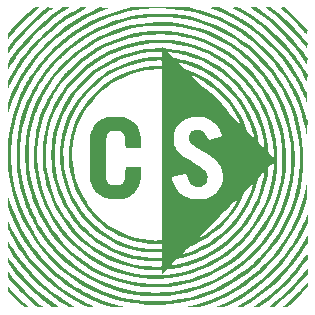
<source format=gbr>
%TF.GenerationSoftware,KiCad,Pcbnew,9.0.1*%
%TF.CreationDate,2025-06-06T15:08:54-07:00*%
%TF.ProjectId,basic_keychain,62617369-635f-46b6-9579-636861696e2e,rev?*%
%TF.SameCoordinates,Original*%
%TF.FileFunction,Copper,L1,Top*%
%TF.FilePolarity,Positive*%
%FSLAX45Y45*%
G04 Gerber Fmt 4.5, Leading zero omitted, Abs format (unit mm)*
G04 Created by KiCad (PCBNEW 9.0.1) date 2025-06-06 15:08:54*
%MOMM*%
%LPD*%
G01*
G04 APERTURE LIST*
%TA.AperFunction,EtchedComponent*%
%ADD10C,0.000000*%
%TD*%
G04 APERTURE END LIST*
D10*
%TA.AperFunction,EtchedComponent*%
%TO.C,G\u002A\u002A\u002A*%
G36*
X23085708Y-9541870D02*
G01*
X23156842Y-9593965D01*
X23224833Y-9650032D01*
X23289591Y-9709981D01*
X23351028Y-9773724D01*
X23409053Y-9841174D01*
X23463578Y-9912240D01*
X23473164Y-9925622D01*
X23495173Y-9956674D01*
X23494451Y-9983229D01*
X23493730Y-10009785D01*
X23475950Y-9982738D01*
X23426581Y-9912218D01*
X23373016Y-9844372D01*
X23315542Y-9779493D01*
X23254448Y-9717870D01*
X23190024Y-9659793D01*
X23122556Y-9605554D01*
X23052335Y-9555442D01*
X23049568Y-9553590D01*
X23006726Y-9525000D01*
X23033977Y-9525000D01*
X23061227Y-9525000D01*
X23085708Y-9541870D01*
G37*
%TD.AperFunction*%
%TA.AperFunction,EtchedComponent*%
G36*
X23210155Y-9542106D02*
G01*
X23244418Y-9569912D01*
X23280012Y-9600856D01*
X23316138Y-9634142D01*
X23352000Y-9668970D01*
X23386799Y-9704543D01*
X23419736Y-9740062D01*
X23450015Y-9774729D01*
X23476836Y-9807745D01*
X23480667Y-9812707D01*
X23495199Y-9831681D01*
X23494465Y-9855418D01*
X23493730Y-9879156D01*
X23479760Y-9860220D01*
X23442781Y-9812690D01*
X23401667Y-9764564D01*
X23357178Y-9716607D01*
X23310071Y-9669586D01*
X23261107Y-9624265D01*
X23211045Y-9581410D01*
X23174127Y-9552034D01*
X23139004Y-9525000D01*
X23163602Y-9525000D01*
X23188200Y-9525000D01*
X23210155Y-9542106D01*
G37*
%TD.AperFunction*%
%TA.AperFunction,EtchedComponent*%
G36*
X23494881Y-11755233D02*
G01*
X23495000Y-11779476D01*
X23475545Y-11803493D01*
X23433344Y-11853236D01*
X23387593Y-11902840D01*
X23339447Y-11951153D01*
X23290061Y-11997022D01*
X23240589Y-12039295D01*
X23233090Y-12045369D01*
X23208669Y-12065000D01*
X23184920Y-12065000D01*
X23173887Y-12064898D01*
X23167221Y-12064513D01*
X23164210Y-12063723D01*
X23164144Y-12062409D01*
X23164891Y-12061611D01*
X23168006Y-12058996D01*
X23174398Y-12053797D01*
X23183360Y-12046580D01*
X23194185Y-12037915D01*
X23205440Y-12028951D01*
X23258396Y-11985027D01*
X23308921Y-11939261D01*
X23357671Y-11890980D01*
X23405303Y-11839513D01*
X23452473Y-11784188D01*
X23487896Y-11739818D01*
X23494761Y-11730990D01*
X23494881Y-11755233D01*
G37*
%TD.AperFunction*%
%TA.AperFunction,EtchedComponent*%
G36*
X23494909Y-11872671D02*
G01*
X23495000Y-11892432D01*
X23469053Y-11920931D01*
X23448799Y-11942630D01*
X23425948Y-11966181D01*
X23401851Y-11990241D01*
X23377860Y-12013466D01*
X23355327Y-12034513D01*
X23349284Y-12039993D01*
X23321497Y-12065000D01*
X23302203Y-12064930D01*
X23282910Y-12064860D01*
X23299420Y-12050325D01*
X23305621Y-12044630D01*
X23314814Y-12035869D01*
X23326506Y-12024534D01*
X23340207Y-12011116D01*
X23355425Y-11996106D01*
X23371669Y-11979996D01*
X23388447Y-11963277D01*
X23405268Y-11946439D01*
X23421641Y-11929975D01*
X23437074Y-11914376D01*
X23451075Y-11900132D01*
X23463155Y-11887736D01*
X23472821Y-11877678D01*
X23479581Y-11870449D01*
X23481632Y-11868150D01*
X23494817Y-11852910D01*
X23494909Y-11872671D01*
G37*
%TD.AperFunction*%
%TA.AperFunction,EtchedComponent*%
G36*
X20959358Y-11637404D02*
G01*
X20963914Y-11643587D01*
X20970305Y-11652383D01*
X20977976Y-11663030D01*
X20982991Y-11670030D01*
X21036351Y-11740309D01*
X21093678Y-11807462D01*
X21154823Y-11871344D01*
X21219639Y-11931806D01*
X21287976Y-11988702D01*
X21356017Y-12039311D01*
X21392543Y-12065000D01*
X21366177Y-12064919D01*
X21353804Y-12064751D01*
X21345294Y-12064204D01*
X21339431Y-12063076D01*
X21335001Y-12061170D01*
X21332190Y-12059329D01*
X21262261Y-12006223D01*
X21196733Y-11951150D01*
X21135164Y-11893683D01*
X21077112Y-11833391D01*
X21022137Y-11769847D01*
X20982711Y-11719864D01*
X20955000Y-11683339D01*
X20955000Y-11657761D01*
X20955198Y-11647033D01*
X20955740Y-11639147D01*
X20956545Y-11634941D01*
X20957192Y-11634597D01*
X20959358Y-11637404D01*
G37*
%TD.AperFunction*%
%TA.AperFunction,EtchedComponent*%
G36*
X20977572Y-11909477D02*
G01*
X20988817Y-11921490D01*
X21002692Y-11935843D01*
X21018436Y-11951789D01*
X21035286Y-11968579D01*
X21052481Y-11985466D01*
X21069259Y-12001701D01*
X21084859Y-12016538D01*
X21098518Y-12029227D01*
X21109475Y-12039022D01*
X21109940Y-12039424D01*
X21119019Y-12047277D01*
X21126940Y-12054172D01*
X21132746Y-12059272D01*
X21135249Y-12061521D01*
X21136456Y-12063273D01*
X21134957Y-12064326D01*
X21129994Y-12064846D01*
X21120808Y-12064998D01*
X21119323Y-12065000D01*
X21099677Y-12065000D01*
X21073693Y-12041642D01*
X21064350Y-12033032D01*
X21052343Y-12021645D01*
X21038559Y-12008340D01*
X21023882Y-11993976D01*
X21009198Y-11979410D01*
X21001355Y-11971538D01*
X20955000Y-11924791D01*
X20955000Y-11904777D01*
X20955000Y-11884763D01*
X20977572Y-11909477D01*
G37*
%TD.AperFunction*%
%TA.AperFunction,EtchedComponent*%
G36*
X21319725Y-9525541D02*
G01*
X21344413Y-9526270D01*
X21329070Y-9537021D01*
X21322060Y-9542126D01*
X21312061Y-9549668D01*
X21300045Y-9558900D01*
X21286984Y-9569077D01*
X21275461Y-9578172D01*
X21214667Y-9629083D01*
X21155924Y-9683485D01*
X21099912Y-9740668D01*
X21047314Y-9799923D01*
X20998809Y-9860539D01*
X20979305Y-9886950D01*
X20971747Y-9897414D01*
X20965162Y-9906466D01*
X20960163Y-9913266D01*
X20957367Y-9916973D01*
X20957097Y-9917303D01*
X20956224Y-9915994D01*
X20955530Y-9910549D01*
X20955099Y-9901912D01*
X20955000Y-9894355D01*
X20955000Y-9868994D01*
X20973179Y-9844952D01*
X21026107Y-9778797D01*
X21083057Y-9714874D01*
X21143367Y-9653855D01*
X21206372Y-9596416D01*
X21266624Y-9546941D01*
X21295038Y-9524812D01*
X21319725Y-9525541D01*
G37*
%TD.AperFunction*%
%TA.AperFunction,EtchedComponent*%
G36*
X23495000Y-11484993D02*
G01*
X23495000Y-11515796D01*
X23474733Y-11549291D01*
X23429737Y-11618853D01*
X23380347Y-11686203D01*
X23326886Y-11751020D01*
X23269676Y-11812982D01*
X23209039Y-11871769D01*
X23145298Y-11927060D01*
X23078774Y-11978533D01*
X23009790Y-12025866D01*
X22975396Y-12047325D01*
X22946130Y-12065000D01*
X22916400Y-12064887D01*
X22886670Y-12064775D01*
X22896450Y-12059172D01*
X22946106Y-12030031D01*
X22991651Y-12001759D01*
X23033844Y-11973786D01*
X23073446Y-11945539D01*
X23111217Y-11916446D01*
X23147915Y-11885935D01*
X23184303Y-11853436D01*
X23221138Y-11818375D01*
X23236126Y-11803547D01*
X23288559Y-11748739D01*
X23336528Y-11693435D01*
X23380641Y-11636840D01*
X23421504Y-11578156D01*
X23459725Y-11516586D01*
X23474874Y-11490141D01*
X23495000Y-11454191D01*
X23495000Y-11484993D01*
G37*
%TD.AperFunction*%
%TA.AperFunction,EtchedComponent*%
G36*
X20972766Y-11778618D02*
G01*
X21013814Y-11828256D01*
X21058751Y-11878028D01*
X21106528Y-11926883D01*
X21156094Y-11973769D01*
X21206400Y-12017635D01*
X21233666Y-12039827D01*
X21265420Y-12065000D01*
X21242644Y-12065000D01*
X21231285Y-12064846D01*
X21223507Y-12064178D01*
X21217815Y-12062692D01*
X21212716Y-12060079D01*
X21209989Y-12058300D01*
X21196744Y-12048553D01*
X21180700Y-12035488D01*
X21162386Y-12019629D01*
X21142328Y-12001499D01*
X21121053Y-11981622D01*
X21099089Y-11960520D01*
X21076963Y-11938717D01*
X21055201Y-11916736D01*
X21034332Y-11895100D01*
X21014881Y-11874332D01*
X20997377Y-11854957D01*
X20982346Y-11837496D01*
X20970315Y-11822474D01*
X20964833Y-11814958D01*
X20959963Y-11807745D01*
X20957039Y-11802239D01*
X20955622Y-11796741D01*
X20955270Y-11789550D01*
X20955539Y-11779088D01*
X20956270Y-11757667D01*
X20972766Y-11778618D01*
G37*
%TD.AperFunction*%
%TA.AperFunction,EtchedComponent*%
G36*
X21451277Y-9525022D02*
G01*
X21479510Y-9525044D01*
X21458205Y-9538357D01*
X21390435Y-9583533D01*
X21324378Y-9633206D01*
X21260498Y-9686946D01*
X21199261Y-9744327D01*
X21141132Y-9804920D01*
X21086577Y-9868296D01*
X21052578Y-9911675D01*
X21038221Y-9931211D01*
X21022743Y-9953129D01*
X21007014Y-9976138D01*
X20991905Y-9998946D01*
X20978287Y-10020260D01*
X20967820Y-10037445D01*
X20962771Y-10045824D01*
X20958718Y-10052208D01*
X20956316Y-10055580D01*
X20955981Y-10055860D01*
X20955585Y-10053492D01*
X20955265Y-10047074D01*
X20955059Y-10037638D01*
X20955000Y-10028206D01*
X20955000Y-10000552D01*
X20980055Y-9962801D01*
X21030360Y-9891510D01*
X21084444Y-9823556D01*
X21142356Y-9758887D01*
X21204148Y-9697453D01*
X21269869Y-9639201D01*
X21339572Y-9584081D01*
X21389047Y-9548516D01*
X21423044Y-9525000D01*
X21451277Y-9525022D01*
G37*
%TD.AperFunction*%
%TA.AperFunction,EtchedComponent*%
G36*
X23493727Y-11605418D02*
G01*
X23494450Y-11610988D01*
X23494894Y-11620021D01*
X23495000Y-11628455D01*
X23495000Y-11655205D01*
X23469274Y-11690558D01*
X23414572Y-11761450D01*
X23356164Y-11828878D01*
X23294030Y-11892862D01*
X23228149Y-11953420D01*
X23158503Y-12010572D01*
X23110334Y-12046530D01*
X23084790Y-12064890D01*
X23058247Y-12064945D01*
X23047227Y-12064776D01*
X23039074Y-12064267D01*
X23034599Y-12063490D01*
X23034117Y-12062799D01*
X23037105Y-12060573D01*
X23043378Y-12056210D01*
X23051976Y-12050368D01*
X23060660Y-12044556D01*
X23120317Y-12002396D01*
X23179203Y-11955890D01*
X23236686Y-11905669D01*
X23292138Y-11852363D01*
X23344926Y-11796601D01*
X23394422Y-11739014D01*
X23439995Y-11680232D01*
X23474607Y-11630660D01*
X23481187Y-11620807D01*
X23486867Y-11612443D01*
X23490988Y-11606528D01*
X23492799Y-11604117D01*
X23493727Y-11605418D01*
G37*
%TD.AperFunction*%
%TA.AperFunction,EtchedComponent*%
G36*
X23303230Y-9525043D02*
G01*
X23334980Y-9553386D01*
X23351168Y-9568201D01*
X23369457Y-9585557D01*
X23388984Y-9604584D01*
X23408885Y-9624415D01*
X23428294Y-9644180D01*
X23446349Y-9663010D01*
X23462185Y-9680038D01*
X23472885Y-9692019D01*
X23495220Y-9717683D01*
X23494475Y-9736319D01*
X23493730Y-9754955D01*
X23482690Y-9743482D01*
X23477150Y-9737610D01*
X23469088Y-9728912D01*
X23459380Y-9718340D01*
X23448901Y-9706847D01*
X23442929Y-9700260D01*
X23429694Y-9685962D01*
X23413943Y-9669491D01*
X23396487Y-9651647D01*
X23378135Y-9633235D01*
X23359696Y-9615056D01*
X23341979Y-9597913D01*
X23325794Y-9582607D01*
X23311950Y-9569942D01*
X23307659Y-9566151D01*
X23299380Y-9558818D01*
X23292929Y-9552886D01*
X23289012Y-9549022D01*
X23288214Y-9547860D01*
X23287292Y-9546418D01*
X23283333Y-9542686D01*
X23278705Y-9538733D01*
X23272178Y-9533283D01*
X23267122Y-9528968D01*
X23265257Y-9527303D01*
X23266313Y-9526150D01*
X23271797Y-9525363D01*
X23281063Y-9525028D01*
X23283037Y-9525022D01*
X23303230Y-9525043D01*
G37*
%TD.AperFunction*%
%TA.AperFunction,EtchedComponent*%
G36*
X22904794Y-9525029D02*
G01*
X22911461Y-9525483D01*
X22917431Y-9526647D01*
X22923574Y-9528824D01*
X22930761Y-9532313D01*
X22939862Y-9537417D01*
X22951748Y-9544436D01*
X22965410Y-9552559D01*
X23035994Y-9597301D01*
X23104137Y-9646412D01*
X23169618Y-9699690D01*
X23232217Y-9756935D01*
X23291710Y-9817946D01*
X23347877Y-9882521D01*
X23393949Y-9941560D01*
X23405772Y-9957932D01*
X23419042Y-9977017D01*
X23433023Y-9997697D01*
X23446979Y-10018855D01*
X23460173Y-10039375D01*
X23471871Y-10058139D01*
X23481335Y-10074030D01*
X23481973Y-10075144D01*
X23495168Y-10098237D01*
X23494449Y-10127984D01*
X23493730Y-10157731D01*
X23477487Y-10127751D01*
X23436322Y-10056968D01*
X23390639Y-9988096D01*
X23340767Y-9921514D01*
X23287030Y-9857602D01*
X23229757Y-9796738D01*
X23169272Y-9739302D01*
X23105904Y-9685674D01*
X23078250Y-9664181D01*
X23033299Y-9631650D01*
X22985821Y-9600081D01*
X22937523Y-9570558D01*
X22890108Y-9544164D01*
X22886670Y-9542359D01*
X22853650Y-9525100D01*
X22885890Y-9525050D01*
X22896561Y-9524985D01*
X22904794Y-9525029D01*
G37*
%TD.AperFunction*%
%TA.AperFunction,EtchedComponent*%
G36*
X20969421Y-11515163D02*
G01*
X20979619Y-11532195D01*
X20992195Y-11552165D01*
X21006422Y-11573989D01*
X21021574Y-11596583D01*
X21036925Y-11618863D01*
X21051748Y-11639746D01*
X21064700Y-11657330D01*
X21112286Y-11716910D01*
X21163743Y-11774713D01*
X21218511Y-11830242D01*
X21276033Y-11883003D01*
X21335750Y-11932499D01*
X21397102Y-11978234D01*
X21459532Y-12019713D01*
X21500845Y-12044397D01*
X21512206Y-12050919D01*
X21521935Y-12056575D01*
X21529203Y-12060878D01*
X21533182Y-12063341D01*
X21533653Y-12063686D01*
X21531818Y-12064201D01*
X21525847Y-12064621D01*
X21516683Y-12064902D01*
X21505772Y-12065000D01*
X21476578Y-12065000D01*
X21447897Y-12047194D01*
X21400005Y-12016334D01*
X21355081Y-11984942D01*
X21312123Y-11952220D01*
X21270128Y-11917365D01*
X21228094Y-11879579D01*
X21185019Y-11838059D01*
X21180902Y-11833957D01*
X21140048Y-11791976D01*
X21102883Y-11751210D01*
X21068550Y-11710605D01*
X21036195Y-11669106D01*
X21004961Y-11625657D01*
X20973992Y-11579204D01*
X20973077Y-11577782D01*
X20954833Y-11549410D01*
X20955552Y-11520885D01*
X20956270Y-11492360D01*
X20969421Y-11515163D01*
G37*
%TD.AperFunction*%
%TA.AperFunction,EtchedComponent*%
G36*
X21208737Y-9535795D02*
G01*
X21203119Y-9540966D01*
X21194525Y-9548709D01*
X21183811Y-9558259D01*
X21171833Y-9568855D01*
X21160608Y-9578716D01*
X21142306Y-9595217D01*
X21121882Y-9614460D01*
X21100192Y-9635575D01*
X21078093Y-9657692D01*
X21056444Y-9679941D01*
X21036102Y-9701455D01*
X21017925Y-9721363D01*
X21003232Y-9738247D01*
X20993255Y-9750019D01*
X20983500Y-9761392D01*
X20974839Y-9771361D01*
X20968140Y-9778922D01*
X20965854Y-9781427D01*
X20955118Y-9792970D01*
X20955059Y-9772403D01*
X20955000Y-9751835D01*
X20970875Y-9733033D01*
X20979397Y-9722780D01*
X20988147Y-9711993D01*
X20995594Y-9702565D01*
X20997432Y-9700171D01*
X21003423Y-9692906D01*
X21012414Y-9682801D01*
X21023743Y-9670537D01*
X21036748Y-9656793D01*
X21050767Y-9642252D01*
X21065137Y-9627592D01*
X21079196Y-9613494D01*
X21092281Y-9600639D01*
X21103731Y-9589707D01*
X21112883Y-9581377D01*
X21114137Y-9580291D01*
X21124986Y-9571039D01*
X21137766Y-9560221D01*
X21150496Y-9549513D01*
X21156930Y-9544133D01*
X21179790Y-9525073D01*
X21199979Y-9525037D01*
X21220168Y-9525000D01*
X21208737Y-9535795D01*
G37*
%TD.AperFunction*%
%TA.AperFunction,EtchedComponent*%
G36*
X23494968Y-11312673D02*
G01*
X23495000Y-11351557D01*
X23479609Y-11384812D01*
X23448372Y-11447228D01*
X23412619Y-11509530D01*
X23372878Y-11571004D01*
X23329677Y-11630934D01*
X23283544Y-11688604D01*
X23235007Y-11743299D01*
X23184594Y-11794304D01*
X23161572Y-11815739D01*
X23104616Y-11865132D01*
X23047464Y-11910117D01*
X22989211Y-11951317D01*
X22928950Y-11989354D01*
X22865773Y-12024850D01*
X22830086Y-12043201D01*
X22786382Y-12065000D01*
X22748896Y-12064976D01*
X22711410Y-12064952D01*
X22745700Y-12050141D01*
X22821328Y-12014726D01*
X22895180Y-11974606D01*
X22967051Y-11929908D01*
X23036738Y-11880758D01*
X23097393Y-11832843D01*
X23111332Y-11820765D01*
X23127897Y-11805629D01*
X23146352Y-11788174D01*
X23165959Y-11769137D01*
X23185982Y-11749254D01*
X23205684Y-11729263D01*
X23224329Y-11709902D01*
X23241179Y-11691907D01*
X23255497Y-11676016D01*
X23263833Y-11666282D01*
X23300192Y-11620627D01*
X23335272Y-11572898D01*
X23368095Y-11524493D01*
X23397685Y-11476809D01*
X23404236Y-11465560D01*
X23413915Y-11448098D01*
X23424827Y-11427381D01*
X23436406Y-11404569D01*
X23448086Y-11380825D01*
X23459299Y-11357311D01*
X23469479Y-11335189D01*
X23478061Y-11315623D01*
X23482228Y-11305540D01*
X23494937Y-11273790D01*
X23494968Y-11312673D01*
G37*
%TD.AperFunction*%
%TA.AperFunction,EtchedComponent*%
G36*
X22775377Y-9537794D02*
G01*
X22794838Y-9546536D01*
X22817428Y-9557333D01*
X22841957Y-9569566D01*
X22867232Y-9582615D01*
X22892063Y-9595861D01*
X22915260Y-9608686D01*
X22935632Y-9620471D01*
X22942924Y-9624879D01*
X23012569Y-9670619D01*
X23079230Y-9720408D01*
X23142747Y-9774069D01*
X23202956Y-9831425D01*
X23259695Y-9892301D01*
X23312804Y-9956521D01*
X23362119Y-10023907D01*
X23407480Y-10094284D01*
X23448723Y-10167476D01*
X23457970Y-10185400D01*
X23468142Y-10205479D01*
X23476269Y-10221724D01*
X23482574Y-10234847D01*
X23487280Y-10245559D01*
X23490612Y-10254572D01*
X23492793Y-10262598D01*
X23494046Y-10270347D01*
X23494596Y-10278532D01*
X23494665Y-10287863D01*
X23494478Y-10299053D01*
X23494432Y-10301408D01*
X23493730Y-10338508D01*
X23478522Y-10300689D01*
X23468680Y-10277398D01*
X23456766Y-10251118D01*
X23443423Y-10223153D01*
X23429297Y-10194807D01*
X23415031Y-10167384D01*
X23401271Y-10142186D01*
X23393273Y-10128250D01*
X23358429Y-10071629D01*
X23322458Y-10018750D01*
X23284469Y-9968449D01*
X23243568Y-9919559D01*
X23198865Y-9870916D01*
X23186390Y-9858043D01*
X23126868Y-9800556D01*
X23065320Y-9747662D01*
X23001490Y-9699194D01*
X22935121Y-9654984D01*
X22865957Y-9614864D01*
X22793741Y-9578667D01*
X22718218Y-9546224D01*
X22698710Y-9538650D01*
X22663150Y-9525127D01*
X22704355Y-9525063D01*
X22745561Y-9525000D01*
X22775377Y-9537794D01*
G37*
%TD.AperFunction*%
%TA.AperFunction,EtchedComponent*%
G36*
X23494129Y-11059160D02*
G01*
X23493606Y-11136630D01*
X23481333Y-11176000D01*
X23454427Y-11254455D01*
X23423580Y-11329750D01*
X23388697Y-11402042D01*
X23349682Y-11471492D01*
X23306437Y-11538259D01*
X23258869Y-11602502D01*
X23206879Y-11664380D01*
X23152201Y-11722227D01*
X23091902Y-11779023D01*
X23028568Y-11831821D01*
X22962381Y-11880512D01*
X22893521Y-11924984D01*
X22822168Y-11965129D01*
X22748502Y-12000834D01*
X22672704Y-12031991D01*
X22611472Y-12053303D01*
X22575034Y-12065000D01*
X22514952Y-12064705D01*
X22498440Y-12064579D01*
X22484080Y-12064382D01*
X22472495Y-12064129D01*
X22464306Y-12063838D01*
X22460138Y-12063523D01*
X22459950Y-12063296D01*
X22541798Y-12043036D01*
X22620554Y-12018819D01*
X22696439Y-11990538D01*
X22769679Y-11958085D01*
X22840497Y-11921350D01*
X22909115Y-11880226D01*
X22975759Y-11834603D01*
X23040651Y-11784375D01*
X23047960Y-11778341D01*
X23061120Y-11766943D01*
X23076896Y-11752526D01*
X23094561Y-11735817D01*
X23113388Y-11717545D01*
X23132649Y-11698436D01*
X23151617Y-11679218D01*
X23169566Y-11660618D01*
X23185768Y-11643364D01*
X23199496Y-11628184D01*
X23208260Y-11617960D01*
X23252955Y-11561266D01*
X23293161Y-11504602D01*
X23329399Y-11447173D01*
X23362192Y-11388186D01*
X23371634Y-11369671D01*
X23404286Y-11299520D01*
X23432172Y-11229118D01*
X23455564Y-11157640D01*
X23474736Y-11084258D01*
X23488738Y-11015170D01*
X23494652Y-10981690D01*
X23494129Y-11059160D01*
G37*
%TD.AperFunction*%
%TA.AperFunction,EtchedComponent*%
G36*
X20967318Y-11353204D02*
G01*
X20974940Y-11369468D01*
X20984637Y-11388937D01*
X20995813Y-11410495D01*
X21007869Y-11433028D01*
X21020207Y-11455420D01*
X21032231Y-11476558D01*
X21043342Y-11495324D01*
X21044553Y-11497310D01*
X21090452Y-11567488D01*
X21140604Y-11634997D01*
X21194803Y-11699611D01*
X21252848Y-11761102D01*
X21314536Y-11819243D01*
X21379662Y-11873808D01*
X21385530Y-11878414D01*
X21399078Y-11888619D01*
X21416011Y-11900790D01*
X21435359Y-11914278D01*
X21456151Y-11928432D01*
X21477419Y-11942603D01*
X21498191Y-11956142D01*
X21517497Y-11968398D01*
X21534369Y-11978722D01*
X21541740Y-11983043D01*
X21557747Y-11991950D01*
X21576867Y-12002125D01*
X21597893Y-12012963D01*
X21619614Y-12023859D01*
X21640823Y-12034209D01*
X21660309Y-12043408D01*
X21676864Y-12050851D01*
X21680170Y-12052268D01*
X21690581Y-12056725D01*
X21699132Y-12060473D01*
X21704817Y-12063066D01*
X21706628Y-12064013D01*
X21704627Y-12064354D01*
X21698406Y-12064626D01*
X21688829Y-12064808D01*
X21676756Y-12064881D01*
X21671068Y-12064873D01*
X21634450Y-12064746D01*
X21593810Y-12044285D01*
X21530875Y-12010764D01*
X21471391Y-11975196D01*
X21414594Y-11937027D01*
X21359725Y-11895703D01*
X21306020Y-11850669D01*
X21252718Y-11801370D01*
X21231693Y-11780687D01*
X21179711Y-11726393D01*
X21132149Y-11671748D01*
X21088373Y-11615896D01*
X21047749Y-11557978D01*
X21009643Y-11497139D01*
X20973420Y-11432520D01*
X20971866Y-11429588D01*
X20954854Y-11397426D01*
X20955562Y-11362952D01*
X20956270Y-11328478D01*
X20967318Y-11353204D01*
G37*
%TD.AperFunction*%
%TA.AperFunction,EtchedComponent*%
G36*
X20958130Y-11117580D02*
G01*
X20959669Y-11122524D01*
X20962541Y-11131470D01*
X20966477Y-11143597D01*
X20971212Y-11158085D01*
X20976479Y-11174115D01*
X20979195Y-11182350D01*
X21007105Y-11258816D01*
X21039612Y-11333286D01*
X21076556Y-11405548D01*
X21117776Y-11475389D01*
X21163113Y-11542596D01*
X21212407Y-11606956D01*
X21265497Y-11668255D01*
X21322223Y-11726280D01*
X21382425Y-11780820D01*
X21445943Y-11831659D01*
X21492210Y-11864875D01*
X21526561Y-11887322D01*
X21564497Y-11910152D01*
X21604705Y-11932670D01*
X21645873Y-11954179D01*
X21686689Y-11973982D01*
X21725840Y-11991383D01*
X21746210Y-11999686D01*
X21795814Y-12017797D01*
X21849542Y-12034839D01*
X21906501Y-12050547D01*
X21959570Y-12063275D01*
X21958592Y-12063598D01*
X21953154Y-12063904D01*
X21943873Y-12064177D01*
X21931369Y-12064403D01*
X21916262Y-12064567D01*
X21903690Y-12064640D01*
X21842730Y-12064869D01*
X21802090Y-12051210D01*
X21727226Y-12023715D01*
X21655393Y-11992503D01*
X21586148Y-11957328D01*
X21519049Y-11917940D01*
X21453653Y-11874094D01*
X21389518Y-11825540D01*
X21369020Y-11808829D01*
X21355573Y-11797189D01*
X21339460Y-11782452D01*
X21321383Y-11765323D01*
X21302043Y-11746508D01*
X21282143Y-11726713D01*
X21262382Y-11706644D01*
X21243463Y-11687007D01*
X21226087Y-11668508D01*
X21210956Y-11651853D01*
X21198771Y-11637749D01*
X21197465Y-11636170D01*
X21145613Y-11569304D01*
X21098407Y-11500472D01*
X21055729Y-11429467D01*
X21017459Y-11356085D01*
X20983481Y-11280121D01*
X20966218Y-11236205D01*
X20955000Y-11206241D01*
X20955259Y-11157465D01*
X20955407Y-11140506D01*
X20955660Y-11128235D01*
X20956049Y-11120260D01*
X20956600Y-11116190D01*
X20957343Y-11115634D01*
X20958130Y-11117580D01*
G37*
%TD.AperFunction*%
%TA.AperFunction,EtchedComponent*%
G36*
X21600377Y-9525016D02*
G01*
X21631910Y-9525033D01*
X21592070Y-9546340D01*
X21524309Y-9584695D01*
X21459680Y-9625552D01*
X21398733Y-9668540D01*
X21342017Y-9713285D01*
X21329233Y-9724127D01*
X21319073Y-9732733D01*
X21310189Y-9740007D01*
X21303321Y-9745363D01*
X21299211Y-9748212D01*
X21298471Y-9748520D01*
X21295947Y-9750265D01*
X21290435Y-9755149D01*
X21282462Y-9762640D01*
X21272557Y-9772211D01*
X21261247Y-9783330D01*
X21249060Y-9795470D01*
X21236522Y-9808100D01*
X21224163Y-9820692D01*
X21212508Y-9832715D01*
X21202086Y-9843639D01*
X21193425Y-9852937D01*
X21187052Y-9860078D01*
X21185613Y-9861783D01*
X21151670Y-9903612D01*
X21121117Y-9942926D01*
X21093450Y-9980476D01*
X21068169Y-10017014D01*
X21044772Y-10053291D01*
X21022758Y-10090060D01*
X21001624Y-10128071D01*
X20980871Y-10168076D01*
X20979825Y-10170160D01*
X20955010Y-10219690D01*
X20955005Y-10185365D01*
X20955000Y-10151040D01*
X20974294Y-10115515D01*
X21017203Y-10041541D01*
X21063664Y-9971062D01*
X21086827Y-9939020D01*
X21095202Y-9927993D01*
X21105027Y-9915421D01*
X21115790Y-9901918D01*
X21126982Y-9888100D01*
X21138093Y-9874584D01*
X21148614Y-9861984D01*
X21158035Y-9850915D01*
X21165845Y-9841994D01*
X21171536Y-9835835D01*
X21174597Y-9833055D01*
X21174597Y-9833055D01*
X21177308Y-9830709D01*
X21182965Y-9825224D01*
X21191023Y-9817150D01*
X21200936Y-9807038D01*
X21212157Y-9795436D01*
X21218329Y-9788997D01*
X21242844Y-9763797D01*
X21265602Y-9741445D01*
X21287897Y-9720730D01*
X21311024Y-9700439D01*
X21329650Y-9684808D01*
X21364632Y-9657071D01*
X21402809Y-9628862D01*
X21442812Y-9601108D01*
X21483273Y-9574740D01*
X21522822Y-9550686D01*
X21549577Y-9535534D01*
X21568843Y-9525000D01*
X21600377Y-9525016D01*
G37*
%TD.AperFunction*%
%TA.AperFunction,EtchedComponent*%
G36*
X21783386Y-9525107D02*
G01*
X21824950Y-9525213D01*
X21789390Y-9538659D01*
X21712302Y-9570235D01*
X21638370Y-9605449D01*
X21567779Y-9644199D01*
X21500716Y-9686381D01*
X21437366Y-9731889D01*
X21421090Y-9744600D01*
X21409308Y-9753889D01*
X21397822Y-9762809D01*
X21387725Y-9770521D01*
X21380112Y-9776184D01*
X21378242Y-9777523D01*
X21370370Y-9783601D01*
X21359680Y-9792638D01*
X21346898Y-9803952D01*
X21332754Y-9816867D01*
X21317976Y-9830701D01*
X21303291Y-9844776D01*
X21289427Y-9858412D01*
X21277113Y-9870931D01*
X21269563Y-9878927D01*
X21254262Y-9895725D01*
X21239015Y-9912846D01*
X21224240Y-9929785D01*
X21210358Y-9946041D01*
X21197786Y-9961111D01*
X21186945Y-9974490D01*
X21178253Y-9985676D01*
X21172131Y-9994167D01*
X21168997Y-9999458D01*
X21168895Y-9999709D01*
X21166847Y-10003335D01*
X21162514Y-10010005D01*
X21156602Y-10018656D01*
X21151918Y-10025299D01*
X21108622Y-10090112D01*
X21069079Y-10157895D01*
X21033597Y-10228022D01*
X21002488Y-10299870D01*
X20976062Y-10372814D01*
X20970226Y-10391140D01*
X20966205Y-10404094D01*
X20962563Y-10415770D01*
X20959642Y-10425076D01*
X20957785Y-10430921D01*
X20957504Y-10431780D01*
X20956778Y-10431644D01*
X20956162Y-10426825D01*
X20955679Y-10417719D01*
X20955350Y-10404724D01*
X20955201Y-10389579D01*
X20955000Y-10341029D01*
X20964963Y-10314649D01*
X20996609Y-10237703D01*
X21032250Y-10163868D01*
X21071871Y-10093173D01*
X21091927Y-10060940D01*
X21103191Y-10043770D01*
X21115241Y-10026010D01*
X21127523Y-10008428D01*
X21139484Y-9991790D01*
X21150569Y-9976863D01*
X21160225Y-9964413D01*
X21167897Y-9955206D01*
X21170033Y-9952868D01*
X21175179Y-9947221D01*
X21182705Y-9938673D01*
X21191740Y-9928228D01*
X21201413Y-9916888D01*
X21205190Y-9912415D01*
X21220957Y-9894351D01*
X21239639Y-9874051D01*
X21260475Y-9852261D01*
X21282703Y-9829732D01*
X21305563Y-9807211D01*
X21328292Y-9785446D01*
X21350131Y-9765185D01*
X21370317Y-9747178D01*
X21388090Y-9732172D01*
X21390610Y-9730139D01*
X21453577Y-9682739D01*
X21520065Y-9638472D01*
X21589258Y-9597831D01*
X21660338Y-9561307D01*
X21705916Y-9540546D01*
X21741823Y-9525000D01*
X21783386Y-9525107D01*
G37*
%TD.AperFunction*%
%TA.AperFunction,EtchedComponent*%
G36*
X21887028Y-10449629D02*
G01*
X21900699Y-10449902D01*
X21911535Y-10450474D01*
X21920659Y-10451444D01*
X21929192Y-10452908D01*
X21938257Y-10454963D01*
X21941600Y-10455798D01*
X21971912Y-10465562D01*
X21998410Y-10478584D01*
X22021244Y-10495015D01*
X22040561Y-10515004D01*
X22056511Y-10538703D01*
X22069242Y-10566262D01*
X22077918Y-10593894D01*
X22080776Y-10607806D01*
X22083308Y-10625491D01*
X22085387Y-10645645D01*
X22086888Y-10666966D01*
X22087687Y-10688149D01*
X22087782Y-10696575D01*
X22087840Y-10718800D01*
X22020877Y-10718800D01*
X21953913Y-10718800D01*
X21952573Y-10674985D01*
X21951347Y-10650494D01*
X21949160Y-10630441D01*
X21945780Y-10614235D01*
X21940974Y-10601288D01*
X21934508Y-10591009D01*
X21926150Y-10582809D01*
X21915666Y-10576097D01*
X21912961Y-10574718D01*
X21905617Y-10571384D01*
X21899019Y-10569296D01*
X21891571Y-10568172D01*
X21881679Y-10567728D01*
X21873210Y-10567670D01*
X21854523Y-10568330D01*
X21839690Y-10570512D01*
X21827632Y-10574514D01*
X21817271Y-10580637D01*
X21812376Y-10584600D01*
X21805566Y-10591332D01*
X21800212Y-10598630D01*
X21796094Y-10607250D01*
X21792990Y-10617949D01*
X21790679Y-10631483D01*
X21788940Y-10648608D01*
X21787594Y-10669270D01*
X21786951Y-10684378D01*
X21786467Y-10702718D01*
X21786133Y-10723718D01*
X21785943Y-10746806D01*
X21785889Y-10771412D01*
X21785963Y-10796962D01*
X21786157Y-10822885D01*
X21786465Y-10848610D01*
X21786879Y-10873565D01*
X21787391Y-10897177D01*
X21787994Y-10918875D01*
X21788679Y-10938087D01*
X21789440Y-10954242D01*
X21790269Y-10966768D01*
X21791159Y-10975092D01*
X21791659Y-10977628D01*
X21798084Y-10995028D01*
X21806764Y-11008387D01*
X21818254Y-11018450D01*
X21824855Y-11022291D01*
X21831519Y-11025549D01*
X21837233Y-11027724D01*
X21843299Y-11029033D01*
X21851018Y-11029694D01*
X21861691Y-11029926D01*
X21870558Y-11029950D01*
X21883960Y-11029857D01*
X21893535Y-11029454D01*
X21900536Y-11028553D01*
X21906215Y-11026966D01*
X21911825Y-11024507D01*
X21913894Y-11023461D01*
X21923066Y-11017441D01*
X21931705Y-11009699D01*
X21934716Y-11006204D01*
X21939947Y-10998542D01*
X21944004Y-10990419D01*
X21947059Y-10981020D01*
X21949287Y-10969529D01*
X21950861Y-10955130D01*
X21951955Y-10937009D01*
X21952497Y-10922635D01*
X21953976Y-10876280D01*
X22020908Y-10876280D01*
X22087840Y-10876280D01*
X22087723Y-10890885D01*
X22087239Y-10912703D01*
X22086188Y-10934784D01*
X22084660Y-10956080D01*
X22082744Y-10975544D01*
X22080532Y-10992130D01*
X22078112Y-11004791D01*
X22077857Y-11005820D01*
X22067876Y-11036185D01*
X22054313Y-11063181D01*
X22037290Y-11086646D01*
X22016930Y-11106421D01*
X21993354Y-11122346D01*
X21986130Y-11126124D01*
X21969236Y-11133872D01*
X21953449Y-11139704D01*
X21937507Y-11143893D01*
X21920143Y-11146715D01*
X21900094Y-11148444D01*
X21879560Y-11149270D01*
X21864194Y-11149503D01*
X21849422Y-11149430D01*
X21836512Y-11149076D01*
X21826729Y-11148471D01*
X21823207Y-11148051D01*
X21790086Y-11140759D01*
X21760685Y-11130037D01*
X21734932Y-11115837D01*
X21712756Y-11098112D01*
X21694088Y-11076814D01*
X21678856Y-11051896D01*
X21678043Y-11050270D01*
X21672847Y-11038609D01*
X21667437Y-11024609D01*
X21662802Y-11010869D01*
X21661877Y-11007766D01*
X21655089Y-10984230D01*
X21654135Y-10812285D01*
X21653956Y-10777611D01*
X21653836Y-10747615D01*
X21653780Y-10721895D01*
X21653794Y-10700051D01*
X21653886Y-10681680D01*
X21654062Y-10666381D01*
X21654328Y-10653753D01*
X21654689Y-10643394D01*
X21655154Y-10634902D01*
X21655727Y-10627876D01*
X21656415Y-10621914D01*
X21657209Y-10616705D01*
X21664874Y-10583152D01*
X21675811Y-10553462D01*
X21690090Y-10527557D01*
X21707779Y-10505358D01*
X21728947Y-10486787D01*
X21753662Y-10471765D01*
X21781993Y-10460212D01*
X21797809Y-10455644D01*
X21807143Y-10453419D01*
X21815689Y-10451805D01*
X21824561Y-10450707D01*
X21834876Y-10450031D01*
X21847746Y-10449682D01*
X21864286Y-10449564D01*
X21869400Y-10449560D01*
X21887028Y-10449629D01*
G37*
%TD.AperFunction*%
%TA.AperFunction,EtchedComponent*%
G36*
X22529627Y-9534165D02*
G01*
X22606340Y-9554543D01*
X22681661Y-9579757D01*
X22755352Y-9609696D01*
X22827173Y-9644249D01*
X22896888Y-9683304D01*
X22964257Y-9726752D01*
X23004153Y-9755405D01*
X23059440Y-9799353D01*
X23113574Y-9847563D01*
X23165748Y-9899224D01*
X23215156Y-9953531D01*
X23260991Y-10009675D01*
X23270378Y-10022011D01*
X23314846Y-10085217D01*
X23356004Y-10151870D01*
X23393520Y-10221301D01*
X23427064Y-10292843D01*
X23456303Y-10365827D01*
X23480908Y-10439585D01*
X23486014Y-10457075D01*
X23495000Y-10488719D01*
X23494654Y-10562485D01*
X23494533Y-10580878D01*
X23494360Y-10597174D01*
X23494145Y-10610812D01*
X23493900Y-10621231D01*
X23493636Y-10627872D01*
X23493365Y-10630173D01*
X23493279Y-10629900D01*
X23478471Y-10551104D01*
X23460137Y-10475543D01*
X23438328Y-10403407D01*
X23413632Y-10336215D01*
X23405374Y-10316604D01*
X23395199Y-10293871D01*
X23383726Y-10269296D01*
X23371577Y-10244159D01*
X23359369Y-10219739D01*
X23347723Y-10197316D01*
X23337258Y-10178171D01*
X23336315Y-10176510D01*
X23294697Y-10108647D01*
X23248686Y-10043112D01*
X23198549Y-9980213D01*
X23144553Y-9920258D01*
X23086966Y-9863555D01*
X23026055Y-9810412D01*
X23000970Y-9790337D01*
X22985358Y-9778570D01*
X22966549Y-9765061D01*
X22945700Y-9750586D01*
X22923969Y-9735925D01*
X22902511Y-9721855D01*
X22882483Y-9709153D01*
X22865042Y-9698597D01*
X22861412Y-9696494D01*
X22790750Y-9658854D01*
X22718558Y-9626016D01*
X22645019Y-9597998D01*
X22570313Y-9574821D01*
X22494624Y-9556503D01*
X22418131Y-9543063D01*
X22341016Y-9534520D01*
X22263461Y-9530894D01*
X22185647Y-9532204D01*
X22107755Y-9538469D01*
X22029967Y-9549708D01*
X21952465Y-9565940D01*
X21875430Y-9587184D01*
X21863050Y-9591085D01*
X21799323Y-9613679D01*
X21735277Y-9640571D01*
X21671779Y-9671285D01*
X21609696Y-9705346D01*
X21549894Y-9742279D01*
X21493240Y-9781610D01*
X21441410Y-9822187D01*
X21432657Y-9829346D01*
X21425157Y-9835225D01*
X21419879Y-9839081D01*
X21418023Y-9840178D01*
X21414270Y-9842616D01*
X21407541Y-9848143D01*
X21398408Y-9856214D01*
X21387446Y-9866281D01*
X21375226Y-9877799D01*
X21362321Y-9890223D01*
X21349304Y-9903005D01*
X21336747Y-9915600D01*
X21325224Y-9927462D01*
X21315307Y-9938045D01*
X21314895Y-9938497D01*
X21297160Y-9958102D01*
X21282093Y-9975144D01*
X21268806Y-9990690D01*
X21256413Y-10005805D01*
X21244024Y-10021556D01*
X21230753Y-10039009D01*
X21226696Y-10044430D01*
X21217475Y-10056980D01*
X21207885Y-10070377D01*
X21198387Y-10083937D01*
X21189444Y-10096976D01*
X21181518Y-10108811D01*
X21175070Y-10118760D01*
X21170562Y-10126138D01*
X21168457Y-10130263D01*
X21168360Y-10130714D01*
X21167155Y-10133392D01*
X21163814Y-10139720D01*
X21158746Y-10148950D01*
X21152360Y-10160337D01*
X21146283Y-10171009D01*
X21109769Y-10239677D01*
X21077917Y-10310158D01*
X21050691Y-10382565D01*
X21028051Y-10457017D01*
X21009960Y-10533629D01*
X20996380Y-10612518D01*
X20992738Y-10640250D01*
X20991105Y-10654421D01*
X20989811Y-10667554D01*
X20988818Y-10680524D01*
X20988089Y-10694205D01*
X20987587Y-10709473D01*
X20987274Y-10727200D01*
X20987114Y-10748262D01*
X20987069Y-10773410D01*
X20987114Y-10798660D01*
X20987275Y-10819705D01*
X20987588Y-10837420D01*
X20988091Y-10852678D01*
X20988821Y-10866354D01*
X20989816Y-10879323D01*
X20991112Y-10892459D01*
X20992738Y-10906570D01*
X21004947Y-10987299D01*
X21021772Y-11065925D01*
X21043239Y-11142515D01*
X21069374Y-11217141D01*
X21100200Y-11289872D01*
X21135744Y-11360777D01*
X21176031Y-11429927D01*
X21190330Y-11452310D01*
X21233998Y-11514886D01*
X21281586Y-11575011D01*
X21332640Y-11632198D01*
X21386705Y-11685961D01*
X21443325Y-11735810D01*
X21487130Y-11770289D01*
X21552032Y-11815919D01*
X21618424Y-11856747D01*
X21686447Y-11892827D01*
X21756244Y-11924214D01*
X21827956Y-11950965D01*
X21901726Y-11973133D01*
X21977693Y-11990774D01*
X22056002Y-12003944D01*
X22103080Y-12009609D01*
X22119772Y-12010917D01*
X22140518Y-12011884D01*
X22164307Y-12012515D01*
X22190125Y-12012818D01*
X22216958Y-12012798D01*
X22243794Y-12012461D01*
X22269620Y-12011813D01*
X22293422Y-12010860D01*
X22314188Y-12009608D01*
X22329140Y-12008265D01*
X22409327Y-11996923D01*
X22487674Y-11980848D01*
X22564160Y-11960046D01*
X22638767Y-11934526D01*
X22711477Y-11904296D01*
X22782271Y-11869363D01*
X22851130Y-11829735D01*
X22918036Y-11785421D01*
X22982969Y-11736427D01*
X22988649Y-11731843D01*
X23003611Y-11719169D01*
X23021062Y-11703500D01*
X23040265Y-11685571D01*
X23060484Y-11666116D01*
X23080980Y-11645867D01*
X23101016Y-11625561D01*
X23119855Y-11605929D01*
X23136760Y-11587706D01*
X23150994Y-11571627D01*
X23157915Y-11563350D01*
X23206768Y-11499388D01*
X23250888Y-11433701D01*
X23290252Y-11366353D01*
X23324836Y-11297412D01*
X23354616Y-11226942D01*
X23379569Y-11155009D01*
X23399670Y-11081678D01*
X23414896Y-11007016D01*
X23425224Y-10931087D01*
X23430629Y-10853958D01*
X23431500Y-10807700D01*
X23428983Y-10730449D01*
X23421480Y-10653866D01*
X23409062Y-10578139D01*
X23391801Y-10503459D01*
X23369767Y-10430016D01*
X23343033Y-10358000D01*
X23311669Y-10287601D01*
X23275748Y-10219009D01*
X23235340Y-10152414D01*
X23190516Y-10088006D01*
X23141349Y-10025975D01*
X23135155Y-10018693D01*
X23121375Y-10003169D01*
X23104779Y-9985358D01*
X23086305Y-9966200D01*
X23066892Y-9946637D01*
X23047482Y-9927608D01*
X23029013Y-9910053D01*
X23012426Y-9894914D01*
X23004780Y-9888242D01*
X22944214Y-9839722D01*
X22881349Y-9795624D01*
X22816389Y-9755991D01*
X22749535Y-9720863D01*
X22680991Y-9690280D01*
X22610959Y-9664283D01*
X22539641Y-9642913D01*
X22467241Y-9626211D01*
X22393960Y-9614217D01*
X22320001Y-9606973D01*
X22245568Y-9604518D01*
X22170862Y-9606893D01*
X22096086Y-9614140D01*
X22021443Y-9626299D01*
X21947135Y-9643411D01*
X21882100Y-9662625D01*
X21814241Y-9687167D01*
X21747332Y-9716047D01*
X21681963Y-9748922D01*
X21618727Y-9785447D01*
X21558215Y-9825278D01*
X21501017Y-9868072D01*
X21447726Y-9913484D01*
X21442275Y-9918488D01*
X21433974Y-9925950D01*
X21426912Y-9931901D01*
X21421984Y-9935609D01*
X21420256Y-9936480D01*
X21417773Y-9938246D01*
X21412438Y-9943153D01*
X21404849Y-9950614D01*
X21395604Y-9960040D01*
X21385971Y-9970135D01*
X21346879Y-10012988D01*
X21311821Y-10054454D01*
X21280242Y-10095323D01*
X21251587Y-10136388D01*
X21225302Y-10178442D01*
X21200832Y-10222275D01*
X21179179Y-10265410D01*
X21152014Y-10325384D01*
X21128821Y-10383602D01*
X21109306Y-10441071D01*
X21093176Y-10498794D01*
X21080138Y-10557778D01*
X21069898Y-10619027D01*
X21065058Y-10656570D01*
X21063077Y-10678359D01*
X21061640Y-10704081D01*
X21060741Y-10732621D01*
X21060374Y-10762861D01*
X21060536Y-10793685D01*
X21061221Y-10823977D01*
X21062423Y-10852620D01*
X21064137Y-10878498D01*
X21066191Y-10899140D01*
X21077238Y-10972912D01*
X21092158Y-11044021D01*
X21111166Y-11113331D01*
X21134479Y-11181708D01*
X21141543Y-11200130D01*
X21148806Y-11217602D01*
X21158109Y-11238386D01*
X21168921Y-11261415D01*
X21180708Y-11285619D01*
X21192941Y-11309931D01*
X21205088Y-11333282D01*
X21216616Y-11354603D01*
X21226995Y-11372825D01*
X21229718Y-11377384D01*
X21271317Y-11441345D01*
X21316828Y-11502349D01*
X21366019Y-11560195D01*
X21418658Y-11614681D01*
X21474514Y-11665605D01*
X21533356Y-11712765D01*
X21594951Y-11755959D01*
X21659069Y-11794986D01*
X21725478Y-11829644D01*
X21773197Y-11851194D01*
X21843472Y-11878228D01*
X21914904Y-11900367D01*
X21987283Y-11917610D01*
X22060399Y-11929955D01*
X22134042Y-11937400D01*
X22208002Y-11939942D01*
X22282069Y-11937581D01*
X22356032Y-11930314D01*
X22429683Y-11918139D01*
X22502811Y-11901055D01*
X22575206Y-11879060D01*
X22630130Y-11858850D01*
X22699132Y-11828831D01*
X22765883Y-11794473D01*
X22830166Y-11755981D01*
X22891763Y-11713563D01*
X22950458Y-11667425D01*
X23006034Y-11617775D01*
X23058273Y-11564819D01*
X23106958Y-11508764D01*
X23151874Y-11449817D01*
X23192801Y-11388184D01*
X23229524Y-11324073D01*
X23261826Y-11257691D01*
X23262501Y-11256169D01*
X23290510Y-11186835D01*
X23313624Y-11116453D01*
X23331868Y-11045236D01*
X23345271Y-10973397D01*
X23353856Y-10901151D01*
X23357651Y-10828710D01*
X23356682Y-10756287D01*
X23350974Y-10684097D01*
X23340554Y-10612352D01*
X23325448Y-10541266D01*
X23305682Y-10471052D01*
X23281281Y-10401924D01*
X23252273Y-10334094D01*
X23218683Y-10267777D01*
X23180537Y-10203186D01*
X23137861Y-10140533D01*
X23123873Y-10121745D01*
X23097218Y-10088276D01*
X23067591Y-10053917D01*
X23036126Y-10019872D01*
X23003954Y-9987343D01*
X22972208Y-9957533D01*
X22955250Y-9942656D01*
X22896277Y-9895617D01*
X22834876Y-9853030D01*
X22771129Y-9814930D01*
X22705121Y-9781352D01*
X22636933Y-9752333D01*
X22566649Y-9727908D01*
X22494353Y-9708113D01*
X22420128Y-9692984D01*
X22351492Y-9683358D01*
X22329489Y-9681443D01*
X22303682Y-9680067D01*
X22275316Y-9679230D01*
X22245637Y-9678932D01*
X22215892Y-9679173D01*
X22187328Y-9679953D01*
X22161190Y-9681272D01*
X22138725Y-9683130D01*
X22136608Y-9683358D01*
X22060064Y-9694328D01*
X21985261Y-9710030D01*
X21912308Y-9730418D01*
X21841313Y-9755445D01*
X21772386Y-9785063D01*
X21705635Y-9819226D01*
X21641169Y-9857887D01*
X21579095Y-9900998D01*
X21519524Y-9948513D01*
X21515070Y-9952330D01*
X21501565Y-9964308D01*
X21486052Y-9978642D01*
X21469257Y-9994609D01*
X21451909Y-10011487D01*
X21434737Y-10028552D01*
X21418466Y-10045081D01*
X21403827Y-10060352D01*
X21391546Y-10073641D01*
X21382703Y-10083800D01*
X21350280Y-10124535D01*
X21321529Y-10164299D01*
X21295592Y-10204425D01*
X21271615Y-10246248D01*
X21248742Y-10291101D01*
X21245835Y-10297160D01*
X21228773Y-10333834D01*
X21214098Y-10367419D01*
X21201386Y-10399059D01*
X21190219Y-10429898D01*
X21180173Y-10461080D01*
X21170828Y-10493750D01*
X21164472Y-10518140D01*
X21149356Y-10588456D01*
X21139197Y-10659279D01*
X21133926Y-10730373D01*
X21133477Y-10801497D01*
X21137780Y-10872414D01*
X21146769Y-10942887D01*
X21160374Y-11012675D01*
X21178529Y-11081541D01*
X21201165Y-11149248D01*
X21228214Y-11215555D01*
X21259609Y-11280226D01*
X21295280Y-11343022D01*
X21335161Y-11403704D01*
X21379183Y-11462034D01*
X21427279Y-11517775D01*
X21459013Y-11550827D01*
X21513203Y-11601559D01*
X21569918Y-11648004D01*
X21628955Y-11690114D01*
X21690109Y-11727840D01*
X21753174Y-11761134D01*
X21817947Y-11789948D01*
X21884222Y-11814233D01*
X21951796Y-11833941D01*
X22020463Y-11849023D01*
X22090019Y-11859431D01*
X22160260Y-11865116D01*
X22230980Y-11866031D01*
X22301976Y-11862127D01*
X22373042Y-11853354D01*
X22443974Y-11839666D01*
X22514568Y-11821013D01*
X22551223Y-11809285D01*
X22620543Y-11783096D01*
X22687694Y-11752386D01*
X22752461Y-11717318D01*
X22814633Y-11678056D01*
X22873997Y-11634764D01*
X22930342Y-11587606D01*
X22983453Y-11536745D01*
X23033119Y-11482346D01*
X23079127Y-11424571D01*
X23112741Y-11376660D01*
X23149878Y-11316022D01*
X23182851Y-11252677D01*
X23211481Y-11187069D01*
X23235589Y-11119641D01*
X23254997Y-11050834D01*
X23267385Y-10993120D01*
X23271849Y-10967823D01*
X23275399Y-10944912D01*
X23278128Y-10923258D01*
X23280131Y-10901731D01*
X23281502Y-10879203D01*
X23282334Y-10854544D01*
X23282720Y-10826625D01*
X23282778Y-10807700D01*
X23282616Y-10777342D01*
X23282069Y-10750921D01*
X23281043Y-10727303D01*
X23279443Y-10705355D01*
X23277176Y-10683942D01*
X23274148Y-10661931D01*
X23270265Y-10638186D01*
X23267420Y-10622280D01*
X23251936Y-10551501D01*
X23231834Y-10482422D01*
X23207282Y-10415239D01*
X23178449Y-10350147D01*
X23145505Y-10287341D01*
X23108618Y-10227015D01*
X23067958Y-10169366D01*
X23023694Y-10114589D01*
X22975994Y-10062878D01*
X22925027Y-10014429D01*
X22870964Y-9969437D01*
X22813972Y-9928098D01*
X22754221Y-9890606D01*
X22691880Y-9857156D01*
X22627118Y-9827945D01*
X22560104Y-9803166D01*
X22557211Y-9802215D01*
X22498096Y-9784636D01*
X22440167Y-9771096D01*
X22382239Y-9761409D01*
X22323122Y-9755388D01*
X22261629Y-9752845D01*
X22242780Y-9752732D01*
X22176065Y-9754777D01*
X22111673Y-9760807D01*
X22048577Y-9770990D01*
X21985747Y-9785493D01*
X21922157Y-9804484D01*
X21919276Y-9805442D01*
X21850564Y-9831022D01*
X21784267Y-9861066D01*
X21720427Y-9895544D01*
X21659087Y-9934428D01*
X21600288Y-9977690D01*
X21544074Y-10025300D01*
X21490486Y-10077230D01*
X21446478Y-10125388D01*
X21428021Y-10146997D01*
X21411889Y-10166567D01*
X21397585Y-10184860D01*
X21384611Y-10202640D01*
X21372471Y-10220667D01*
X21360668Y-10239706D01*
X21348704Y-10260518D01*
X21336082Y-10283865D01*
X21322307Y-10310511D01*
X21310482Y-10333990D01*
X21281365Y-10397907D01*
X21257009Y-10463415D01*
X21237441Y-10530264D01*
X21222688Y-10598205D01*
X21212778Y-10666987D01*
X21207737Y-10736362D01*
X21207591Y-10806078D01*
X21212368Y-10875886D01*
X21222095Y-10945537D01*
X21236798Y-11014780D01*
X21237155Y-11016205D01*
X21257105Y-11085808D01*
X21281426Y-11152931D01*
X21310224Y-11217794D01*
X21343606Y-11280619D01*
X21381676Y-11341628D01*
X21414692Y-11388095D01*
X21459342Y-11443610D01*
X21507172Y-11495395D01*
X21557961Y-11543357D01*
X21611489Y-11587400D01*
X21667535Y-11627432D01*
X21725877Y-11663359D01*
X21786295Y-11695087D01*
X21848568Y-11722521D01*
X21912475Y-11745569D01*
X21977795Y-11764137D01*
X22044307Y-11778130D01*
X22111791Y-11787454D01*
X22180025Y-11792017D01*
X22248788Y-11791724D01*
X22317860Y-11786482D01*
X22344879Y-11783069D01*
X22414994Y-11770660D01*
X22483874Y-11753362D01*
X22551331Y-11731256D01*
X22617176Y-11704422D01*
X22681221Y-11672943D01*
X22743280Y-11636900D01*
X22803163Y-11596373D01*
X22838410Y-11569591D01*
X22866000Y-11546440D01*
X22895041Y-11519746D01*
X22924629Y-11490467D01*
X22953859Y-11459561D01*
X22981826Y-11427986D01*
X23007627Y-11396699D01*
X23030356Y-11366660D01*
X23031347Y-11365276D01*
X23069333Y-11307730D01*
X23103033Y-11247565D01*
X23132359Y-11185029D01*
X23157221Y-11120367D01*
X23177529Y-11053825D01*
X23193194Y-10985650D01*
X23204126Y-10916087D01*
X23207856Y-10880090D01*
X23208896Y-10867247D01*
X23209744Y-10855428D01*
X23210307Y-10846024D01*
X23210494Y-10840770D01*
X23210520Y-10831930D01*
X23186693Y-10855658D01*
X23162867Y-10879386D01*
X23161104Y-10900058D01*
X23156340Y-10939954D01*
X23148763Y-10982607D01*
X23138695Y-11026780D01*
X23126460Y-11071232D01*
X23112380Y-11114727D01*
X23096778Y-11156024D01*
X23090528Y-11170861D01*
X23060893Y-11232743D01*
X23026990Y-11292045D01*
X22989032Y-11348580D01*
X22947228Y-11402165D01*
X22901791Y-11452613D01*
X22852933Y-11499739D01*
X22800865Y-11543359D01*
X22745798Y-11583288D01*
X22687944Y-11619340D01*
X22627515Y-11651330D01*
X22564723Y-11679074D01*
X22499778Y-11702385D01*
X22473920Y-11710233D01*
X22453218Y-11715881D01*
X22430939Y-11721401D01*
X22407956Y-11726623D01*
X22385142Y-11731377D01*
X22363369Y-11735493D01*
X22343511Y-11738800D01*
X22326439Y-11741128D01*
X22313029Y-11742308D01*
X22308837Y-11742420D01*
X22304469Y-11743009D01*
X22299793Y-11745183D01*
X22293925Y-11749553D01*
X22285978Y-11756729D01*
X22280588Y-11761910D01*
X22260560Y-11781401D01*
X22260560Y-11764450D01*
X22260560Y-11747500D01*
X22211665Y-11747448D01*
X22142395Y-11744890D01*
X22074209Y-11737427D01*
X22007286Y-11725156D01*
X21941806Y-11708170D01*
X21877952Y-11686565D01*
X21815902Y-11660436D01*
X21755837Y-11629877D01*
X21697938Y-11594984D01*
X21642385Y-11555852D01*
X21589358Y-11512575D01*
X21539038Y-11465249D01*
X21491606Y-11413968D01*
X21447241Y-11358828D01*
X21430927Y-11336465D01*
X21396290Y-11283715D01*
X21364552Y-11227374D01*
X21336096Y-11168265D01*
X21311303Y-11107208D01*
X21290556Y-11045025D01*
X21283074Y-11018520D01*
X21268527Y-10954438D01*
X21258541Y-10888700D01*
X21253121Y-10821896D01*
X21252595Y-10780197D01*
X21280847Y-10780197D01*
X21283735Y-10846854D01*
X21291425Y-10913201D01*
X21303878Y-10978991D01*
X21321055Y-11043976D01*
X21342919Y-11107911D01*
X21369429Y-11170547D01*
X21400548Y-11231638D01*
X21436238Y-11290937D01*
X21440509Y-11297443D01*
X21480573Y-11353508D01*
X21524127Y-11406098D01*
X21570949Y-11455084D01*
X21620820Y-11500336D01*
X21673519Y-11541723D01*
X21728826Y-11579115D01*
X21786520Y-11612381D01*
X21846382Y-11641391D01*
X21908190Y-11666015D01*
X21971726Y-11686123D01*
X22036768Y-11701583D01*
X22103096Y-11712266D01*
X22149146Y-11716759D01*
X22165791Y-11717766D01*
X22183476Y-11718510D01*
X22201169Y-11718978D01*
X22217841Y-11719160D01*
X22232459Y-11719043D01*
X22243994Y-11718614D01*
X22251035Y-11717930D01*
X22260560Y-11716355D01*
X22260560Y-11708806D01*
X22337090Y-11708806D01*
X22338266Y-11709400D01*
X22342779Y-11708964D01*
X22351056Y-11707780D01*
X22361865Y-11706037D01*
X22372511Y-11704186D01*
X22437461Y-11689968D01*
X22501562Y-11670900D01*
X22564392Y-11647193D01*
X22625529Y-11619057D01*
X22684550Y-11586704D01*
X22741032Y-11550345D01*
X22794554Y-11510191D01*
X22840950Y-11469955D01*
X22890868Y-11420286D01*
X22936238Y-11368360D01*
X22977056Y-11314182D01*
X23013320Y-11257760D01*
X23045026Y-11199097D01*
X23072171Y-11138202D01*
X23094751Y-11075079D01*
X23112763Y-11009735D01*
X23122807Y-10961836D01*
X23126022Y-10944306D01*
X23128167Y-10931508D01*
X23128982Y-10923160D01*
X23128209Y-10918981D01*
X23125588Y-10918688D01*
X23120861Y-10921998D01*
X23113768Y-10928630D01*
X23104052Y-10938302D01*
X23102570Y-10939780D01*
X23093166Y-10949405D01*
X23085215Y-10958025D01*
X23079360Y-10964906D01*
X23076240Y-10969315D01*
X23075900Y-10970278D01*
X23075211Y-10975470D01*
X23073308Y-10984582D01*
X23070437Y-10996671D01*
X23066845Y-11010792D01*
X23062777Y-11026000D01*
X23058481Y-11041351D01*
X23054203Y-11055900D01*
X23050420Y-11067992D01*
X23027833Y-11129298D01*
X23000749Y-11188429D01*
X22969351Y-11245190D01*
X22933821Y-11299380D01*
X22894343Y-11350803D01*
X22851098Y-11399260D01*
X22804270Y-11444554D01*
X22754042Y-11486486D01*
X22700596Y-11524859D01*
X22644115Y-11559475D01*
X22584782Y-11590135D01*
X22556470Y-11602904D01*
X22534672Y-11611751D01*
X22509774Y-11620948D01*
X22483377Y-11629966D01*
X22457082Y-11638273D01*
X22432490Y-11645339D01*
X22415170Y-11649729D01*
X22385631Y-11656630D01*
X22359336Y-11683015D01*
X22348861Y-11693707D01*
X22341852Y-11701332D01*
X22338023Y-11706245D01*
X22337090Y-11708806D01*
X22260560Y-11708806D01*
X22260560Y-11695098D01*
X22260560Y-11673840D01*
X22215475Y-11673838D01*
X22148246Y-11671348D01*
X22082078Y-11663919D01*
X22017132Y-11651603D01*
X21953573Y-11634453D01*
X21891562Y-11612521D01*
X21831261Y-11585859D01*
X21772835Y-11554519D01*
X21716444Y-11518555D01*
X21703030Y-11509096D01*
X21650163Y-11467978D01*
X21600584Y-11423009D01*
X21554390Y-11374288D01*
X21511679Y-11321916D01*
X21481298Y-11279275D01*
X21467968Y-11259115D01*
X21456658Y-11241237D01*
X21446585Y-11224266D01*
X21436963Y-11206828D01*
X21427008Y-11187548D01*
X21415935Y-11165053D01*
X21415087Y-11163300D01*
X21391680Y-11110977D01*
X21372019Y-11058360D01*
X21355803Y-11004438D01*
X21342731Y-10948202D01*
X21332501Y-10888643D01*
X21331824Y-10883900D01*
X21330069Y-10867658D01*
X21328712Y-10847379D01*
X21327753Y-10824092D01*
X21327194Y-10798825D01*
X21327064Y-10777569D01*
X21354638Y-10777569D01*
X21357270Y-10840940D01*
X21364614Y-10903992D01*
X21376633Y-10966485D01*
X21393285Y-11028175D01*
X21414530Y-11088821D01*
X21440330Y-11148181D01*
X21470644Y-11206014D01*
X21505432Y-11262077D01*
X21544655Y-11316130D01*
X21556246Y-11330649D01*
X21570067Y-11346811D01*
X21586782Y-11365071D01*
X21605412Y-11384455D01*
X21624977Y-11403990D01*
X21644499Y-11422702D01*
X21662999Y-11439620D01*
X21679498Y-11453769D01*
X21682710Y-11456372D01*
X21733420Y-11493997D01*
X21786814Y-11527968D01*
X21842307Y-11557991D01*
X21899313Y-11583770D01*
X21957247Y-11605011D01*
X22005661Y-11618994D01*
X22035187Y-11625777D01*
X22066562Y-11631733D01*
X22098853Y-11636765D01*
X22131128Y-11640774D01*
X22162454Y-11643661D01*
X22191898Y-11645328D01*
X22218526Y-11645676D01*
X22241408Y-11644607D01*
X22244947Y-11644268D01*
X22260560Y-11642636D01*
X22260552Y-11620773D01*
X22260550Y-11612742D01*
X22433125Y-11612742D01*
X22435407Y-11613832D01*
X22441701Y-11612714D01*
X22452227Y-11609561D01*
X22467206Y-11604548D01*
X22481196Y-11599775D01*
X22543118Y-11576079D01*
X22602532Y-11548122D01*
X22659250Y-11516084D01*
X22713086Y-11480143D01*
X22763854Y-11440479D01*
X22811369Y-11397272D01*
X22855443Y-11350701D01*
X22895891Y-11300946D01*
X22932526Y-11248185D01*
X22965162Y-11192598D01*
X22993614Y-11134366D01*
X23012606Y-11087691D01*
X23016517Y-11076760D01*
X23020733Y-11064242D01*
X23024981Y-11051049D01*
X23028986Y-11038089D01*
X23032472Y-11026273D01*
X23035165Y-11016510D01*
X23036789Y-11009712D01*
X23037070Y-11006787D01*
X23037054Y-11006768D01*
X23035112Y-11008228D01*
X23030191Y-11012758D01*
X23022871Y-11019799D01*
X23013730Y-11028795D01*
X23004237Y-11038293D01*
X22972193Y-11070590D01*
X22960711Y-11098882D01*
X22935201Y-11155049D01*
X22905252Y-11208994D01*
X22871102Y-11260482D01*
X22832990Y-11309276D01*
X22791152Y-11355141D01*
X22745826Y-11397843D01*
X22697249Y-11437145D01*
X22645660Y-11472811D01*
X22591294Y-11504607D01*
X22534391Y-11532297D01*
X22515600Y-11540287D01*
X22507239Y-11543810D01*
X22500465Y-11547060D01*
X22494433Y-11550678D01*
X22488300Y-11555307D01*
X22481222Y-11561590D01*
X22472356Y-11570168D01*
X22460857Y-11581684D01*
X22459720Y-11582831D01*
X22448153Y-11594489D01*
X22439719Y-11603244D01*
X22434636Y-11609271D01*
X22433125Y-11612742D01*
X22260550Y-11612742D01*
X22260545Y-11598910D01*
X22205307Y-11598810D01*
X22157052Y-11597525D01*
X22111797Y-11593715D01*
X22068021Y-11587168D01*
X22024202Y-11577677D01*
X21995010Y-11569838D01*
X21934373Y-11549805D01*
X21875891Y-11525240D01*
X21819752Y-11496293D01*
X21766142Y-11463114D01*
X21715247Y-11425854D01*
X21667254Y-11384662D01*
X21622350Y-11339691D01*
X21580721Y-11291089D01*
X21542554Y-11239007D01*
X21508035Y-11183596D01*
X21501620Y-11172190D01*
X21473363Y-11115829D01*
X21449412Y-11056809D01*
X21429791Y-10995206D01*
X21414527Y-10931098D01*
X21406592Y-10885735D01*
X21404360Y-10866882D01*
X21402644Y-10844162D01*
X21401448Y-10818703D01*
X21400779Y-10791631D01*
X21400645Y-10764076D01*
X21400868Y-10749308D01*
X21428846Y-10749308D01*
X21429073Y-10810237D01*
X21434232Y-10870968D01*
X21436476Y-10887254D01*
X21448362Y-10949894D01*
X21465025Y-11011050D01*
X21486317Y-11070473D01*
X21512088Y-11127914D01*
X21542189Y-11183126D01*
X21576470Y-11235857D01*
X21614782Y-11285861D01*
X21656976Y-11332887D01*
X21702901Y-11376687D01*
X21752408Y-11417012D01*
X21756402Y-11419994D01*
X21807181Y-11454533D01*
X21860645Y-11484907D01*
X21916392Y-11510965D01*
X21974019Y-11532558D01*
X22033124Y-11549537D01*
X22093303Y-11561752D01*
X22154155Y-11569055D01*
X22159091Y-11569426D01*
X22181111Y-11570853D01*
X22199305Y-11571649D01*
X22214885Y-11571833D01*
X22229065Y-11571421D01*
X22241127Y-11570597D01*
X22260560Y-11568954D01*
X22260557Y-11547102D01*
X22260553Y-11525250D01*
X22207852Y-11525178D01*
X22179035Y-11524820D01*
X22153671Y-11523732D01*
X22130168Y-11521764D01*
X22106931Y-11518770D01*
X22082368Y-11514600D01*
X22071330Y-11512474D01*
X22013355Y-11498428D01*
X21956983Y-11479666D01*
X21902455Y-11456372D01*
X21850014Y-11428723D01*
X21799903Y-11396902D01*
X21752363Y-11361087D01*
X21707637Y-11321461D01*
X21665968Y-11278202D01*
X21627598Y-11231492D01*
X21592769Y-11181511D01*
X21566073Y-11136486D01*
X21538696Y-11081383D01*
X21516070Y-11024807D01*
X21498206Y-10967036D01*
X21485119Y-10908350D01*
X21476821Y-10849026D01*
X21473366Y-10790019D01*
X21502472Y-10790019D01*
X21505897Y-10846838D01*
X21513927Y-10903452D01*
X21526589Y-10959603D01*
X21543907Y-11015029D01*
X21565908Y-11069470D01*
X21592619Y-11122666D01*
X21624066Y-11174355D01*
X21624315Y-11174730D01*
X21640215Y-11198055D01*
X21654886Y-11218237D01*
X21669414Y-11236599D01*
X21684884Y-11254466D01*
X21702382Y-11273160D01*
X21718134Y-11289166D01*
X21738744Y-11309327D01*
X21757488Y-11326573D01*
X21775660Y-11341967D01*
X21794551Y-11356574D01*
X21815454Y-11371459D01*
X21830030Y-11381320D01*
X21879316Y-11411147D01*
X21931297Y-11436862D01*
X21985456Y-11458289D01*
X22041277Y-11475251D01*
X22098242Y-11487573D01*
X22155834Y-11495078D01*
X22166100Y-11495895D01*
X22182583Y-11497037D01*
X22195315Y-11497777D01*
X22205608Y-11498133D01*
X22214774Y-11498126D01*
X22224126Y-11497773D01*
X22234975Y-11497094D01*
X22237310Y-11496930D01*
X22260560Y-11495279D01*
X22260560Y-11491643D01*
X22551390Y-11491643D01*
X22579330Y-11477106D01*
X22592444Y-11469942D01*
X22607865Y-11460989D01*
X22623728Y-11451357D01*
X22638167Y-11442156D01*
X22639020Y-11441594D01*
X22691278Y-11404109D01*
X22739914Y-11363110D01*
X22784839Y-11318691D01*
X22825962Y-11270942D01*
X22863193Y-11219956D01*
X22874774Y-11202176D01*
X22879839Y-11193889D01*
X22885816Y-11183674D01*
X22892251Y-11172365D01*
X22898689Y-11160792D01*
X22904675Y-11149788D01*
X22909755Y-11140185D01*
X22913475Y-11132814D01*
X22915378Y-11128507D01*
X22915458Y-11127740D01*
X22913583Y-11129499D01*
X22908362Y-11134616D01*
X22900033Y-11142851D01*
X22888839Y-11153966D01*
X22875018Y-11167720D01*
X22858810Y-11183874D01*
X22840457Y-11202189D01*
X22820198Y-11222426D01*
X22798273Y-11244345D01*
X22774922Y-11267706D01*
X22750385Y-11292270D01*
X22732993Y-11309692D01*
X22551390Y-11491643D01*
X22260560Y-11491643D01*
X22260560Y-10963585D01*
X22344380Y-10963585D01*
X22345161Y-10967465D01*
X22347216Y-10974640D01*
X22350117Y-10983621D01*
X22350389Y-10984420D01*
X22364599Y-11019728D01*
X22381685Y-11050893D01*
X22401627Y-11077893D01*
X22424405Y-11100708D01*
X22450000Y-11119315D01*
X22478393Y-11133695D01*
X22491198Y-11138486D01*
X22515518Y-11144728D01*
X22542949Y-11148310D01*
X22572243Y-11149182D01*
X22602153Y-11147292D01*
X22625010Y-11143888D01*
X22656207Y-11135680D01*
X22684435Y-11123534D01*
X22709489Y-11107623D01*
X22731163Y-11088119D01*
X22749250Y-11065196D01*
X22763544Y-11039025D01*
X22770049Y-11022330D01*
X22772783Y-11013764D01*
X22774696Y-11006158D01*
X22775941Y-10998253D01*
X22776671Y-10988789D01*
X22777041Y-10976505D01*
X22777180Y-10963910D01*
X22776583Y-10938247D01*
X22774201Y-10916273D01*
X22769739Y-10896817D01*
X22762904Y-10878713D01*
X22753400Y-10860792D01*
X22749694Y-10854821D01*
X22739143Y-10839640D01*
X22727386Y-10825415D01*
X22713925Y-10811750D01*
X22698263Y-10798250D01*
X22679902Y-10784518D01*
X22658345Y-10770159D01*
X22633093Y-10754777D01*
X22603650Y-10737976D01*
X22600920Y-10736459D01*
X22576894Y-10722925D01*
X22556989Y-10711210D01*
X22540720Y-10700991D01*
X22527602Y-10691947D01*
X22517149Y-10683755D01*
X22508877Y-10676091D01*
X22506832Y-10673939D01*
X22497463Y-10662189D01*
X22491928Y-10650689D01*
X22489472Y-10637509D01*
X22489160Y-10628807D01*
X22491212Y-10608954D01*
X22497297Y-10591881D01*
X22507312Y-10577849D01*
X22510876Y-10574440D01*
X22521231Y-10566833D01*
X22532479Y-10561947D01*
X22545819Y-10559456D01*
X22562451Y-10559039D01*
X22567383Y-10559227D01*
X22579511Y-10560074D01*
X22588259Y-10561500D01*
X22595323Y-10563900D01*
X22601481Y-10567120D01*
X22615816Y-10577969D01*
X22629045Y-10593170D01*
X22641405Y-10613013D01*
X22646272Y-10622551D01*
X22658080Y-10646951D01*
X22692365Y-10637550D01*
X22714739Y-10631356D01*
X22732634Y-10626249D01*
X22746497Y-10622075D01*
X22756777Y-10618677D01*
X22763919Y-10615899D01*
X22768370Y-10613586D01*
X22770579Y-10611582D01*
X22771031Y-10610133D01*
X22769874Y-10604476D01*
X22766845Y-10595467D01*
X22762439Y-10584250D01*
X22757149Y-10571970D01*
X22751469Y-10559771D01*
X22745894Y-10548797D01*
X22740918Y-10540191D01*
X22740641Y-10539763D01*
X22724849Y-10519275D01*
X22705533Y-10500264D01*
X22684134Y-10484011D01*
X22666624Y-10473924D01*
X22649034Y-10465823D01*
X22632991Y-10459854D01*
X22617133Y-10455727D01*
X22600095Y-10453151D01*
X22580514Y-10451834D01*
X22561550Y-10451489D01*
X22545242Y-10451523D01*
X22532694Y-10451844D01*
X22522584Y-10452581D01*
X22513596Y-10453863D01*
X22504410Y-10455819D01*
X22496211Y-10457910D01*
X22466074Y-10468193D01*
X22439423Y-10482052D01*
X22416366Y-10499393D01*
X22397012Y-10520118D01*
X22381472Y-10544132D01*
X22370915Y-10568252D01*
X22368238Y-10576269D01*
X22366293Y-10583586D01*
X22364931Y-10591344D01*
X22364001Y-10600683D01*
X22363354Y-10612745D01*
X22362838Y-10628669D01*
X22362805Y-10629900D01*
X22362435Y-10645920D01*
X22362367Y-10657922D01*
X22362681Y-10666965D01*
X22363456Y-10674105D01*
X22364771Y-10680401D01*
X22366705Y-10686909D01*
X22367169Y-10688320D01*
X22377943Y-10713061D01*
X22393342Y-10736961D01*
X22412922Y-10759468D01*
X22436235Y-10780030D01*
X22448520Y-10788977D01*
X22456390Y-10794109D01*
X22467737Y-10801168D01*
X22481614Y-10809583D01*
X22497075Y-10818782D01*
X22513172Y-10828194D01*
X22519640Y-10831926D01*
X22543181Y-10845568D01*
X22562748Y-10857189D01*
X22578864Y-10867135D01*
X22592049Y-10875753D01*
X22602824Y-10883391D01*
X22611709Y-10890396D01*
X22619227Y-10897114D01*
X22622805Y-10900647D01*
X22634553Y-10914203D01*
X22642318Y-10927421D01*
X22646803Y-10941915D01*
X22648714Y-10959301D01*
X22648748Y-10960100D01*
X22647865Y-10981115D01*
X22643291Y-10998945D01*
X22634873Y-11014054D01*
X22628312Y-11021608D01*
X22616892Y-11031324D01*
X22604821Y-11037723D01*
X22590772Y-11041298D01*
X22573416Y-11042539D01*
X22571710Y-11042552D01*
X22559848Y-11042393D01*
X22551247Y-11041575D01*
X22544097Y-11039760D01*
X22536590Y-11036609D01*
X22534428Y-11035564D01*
X22518157Y-11024980D01*
X22503206Y-11010210D01*
X22490192Y-10992100D01*
X22479734Y-10971498D01*
X22473038Y-10951598D01*
X22470766Y-10943470D01*
X22468782Y-10937494D01*
X22467723Y-10935276D01*
X22464985Y-10935386D01*
X22458129Y-10936398D01*
X22448005Y-10938145D01*
X22435462Y-10940460D01*
X22421349Y-10943175D01*
X22406515Y-10946122D01*
X22391809Y-10949136D01*
X22378079Y-10952048D01*
X22366176Y-10954691D01*
X22356947Y-10956898D01*
X22353905Y-10957701D01*
X22347826Y-10960136D01*
X22344559Y-10962909D01*
X22344380Y-10963585D01*
X22260560Y-10963585D01*
X22260560Y-10772048D01*
X22260560Y-10098801D01*
X22510750Y-10098801D01*
X22560280Y-10148678D01*
X22573777Y-10162135D01*
X22586630Y-10174698D01*
X22598257Y-10185819D01*
X22608078Y-10194948D01*
X22615512Y-10201538D01*
X22619970Y-10205036D01*
X22649903Y-10225844D01*
X22680768Y-10250466D01*
X22711629Y-10277992D01*
X22741551Y-10307509D01*
X22769598Y-10338108D01*
X22794836Y-10368878D01*
X22811097Y-10391140D01*
X22819845Y-10402847D01*
X22831513Y-10416756D01*
X22846364Y-10433160D01*
X22864661Y-10452355D01*
X22878670Y-10466611D01*
X22891791Y-10479762D01*
X22903732Y-10491594D01*
X22914037Y-10501665D01*
X22922247Y-10509531D01*
X22927903Y-10514749D01*
X22930548Y-10516876D01*
X22930675Y-10516892D01*
X22929934Y-10514397D01*
X22927245Y-10508074D01*
X22922933Y-10498636D01*
X22917326Y-10486798D01*
X22910750Y-10473272D01*
X22910074Y-10471901D01*
X22883193Y-10422192D01*
X22852462Y-10374009D01*
X22818492Y-10328170D01*
X22781895Y-10285493D01*
X22743283Y-10246795D01*
X22738080Y-10242039D01*
X22698054Y-10208218D01*
X22655867Y-10177019D01*
X22612430Y-10149036D01*
X22568653Y-10124862D01*
X22532340Y-10107958D01*
X22510750Y-10098801D01*
X22260560Y-10098801D01*
X22260560Y-10048817D01*
X22253497Y-10047780D01*
X22245445Y-10047260D01*
X22233347Y-10047324D01*
X22218195Y-10047902D01*
X22200982Y-10048922D01*
X22182699Y-10050313D01*
X22164338Y-10052003D01*
X22146891Y-10053920D01*
X22131350Y-10055994D01*
X22124670Y-10057056D01*
X22063592Y-10069979D01*
X22004342Y-10087610D01*
X21947094Y-10109859D01*
X21892024Y-10136636D01*
X21839309Y-10167849D01*
X21789122Y-10203408D01*
X21741641Y-10243224D01*
X21715691Y-10267950D01*
X21674515Y-10312477D01*
X21637681Y-10359405D01*
X21605215Y-10408474D01*
X21577144Y-10459423D01*
X21553493Y-10511992D01*
X21534290Y-10565921D01*
X21519560Y-10620948D01*
X21509329Y-10676814D01*
X21503624Y-10733258D01*
X21502472Y-10790019D01*
X21473366Y-10790019D01*
X21473326Y-10789345D01*
X21474647Y-10729583D01*
X21480796Y-10670022D01*
X21491787Y-10610938D01*
X21507633Y-10552611D01*
X21528347Y-10495320D01*
X21535181Y-10479137D01*
X21561668Y-10424696D01*
X21592476Y-10372689D01*
X21627353Y-10323337D01*
X21666048Y-10276862D01*
X21708308Y-10233486D01*
X21753882Y-10193430D01*
X21802518Y-10156916D01*
X21853963Y-10124166D01*
X21907967Y-10095400D01*
X21964276Y-10070841D01*
X22021912Y-10050929D01*
X22074090Y-10037118D01*
X22126738Y-10027169D01*
X22181125Y-10020873D01*
X22219011Y-10018601D01*
X22260560Y-10016962D01*
X22260560Y-9995942D01*
X22260484Y-9989820D01*
X22403649Y-9989820D01*
X22404665Y-9991509D01*
X22408757Y-9996189D01*
X22415386Y-10003282D01*
X22424015Y-10012210D01*
X22431994Y-10020285D01*
X22443212Y-10031473D01*
X22451715Y-10039670D01*
X22458358Y-10045499D01*
X22463994Y-10049586D01*
X22469477Y-10052555D01*
X22475659Y-10055030D01*
X22482755Y-10057426D01*
X22538547Y-10078354D01*
X22592526Y-10103861D01*
X22644439Y-10133695D01*
X22694031Y-10167598D01*
X22741049Y-10205318D01*
X22785239Y-10246600D01*
X22826347Y-10291188D01*
X22864120Y-10338828D01*
X22898303Y-10389266D01*
X22928643Y-10442246D01*
X22954886Y-10497514D01*
X22975971Y-10552430D01*
X22978490Y-10559346D01*
X22981207Y-10565204D01*
X22984760Y-10570856D01*
X22989789Y-10577152D01*
X22996933Y-10584942D01*
X23006830Y-10595077D01*
X23011694Y-10599969D01*
X23021611Y-10609805D01*
X23030238Y-10618150D01*
X23036968Y-10624433D01*
X23041189Y-10628080D01*
X23042336Y-10628751D01*
X23042197Y-10626023D01*
X23041010Y-10619531D01*
X23038998Y-10610430D01*
X23037773Y-10605342D01*
X23031821Y-10583509D01*
X23024124Y-10558726D01*
X23015230Y-10532573D01*
X23005684Y-10506635D01*
X22996035Y-10482494D01*
X22992155Y-10473434D01*
X22964022Y-10415406D01*
X22931720Y-10359947D01*
X22895481Y-10307283D01*
X22855537Y-10257637D01*
X22812123Y-10211236D01*
X22765470Y-10168302D01*
X22715812Y-10129060D01*
X22663382Y-10093735D01*
X22608412Y-10062552D01*
X22551135Y-10035735D01*
X22528695Y-10026690D01*
X22515525Y-10021855D01*
X22500196Y-10016617D01*
X22483560Y-10011227D01*
X22466475Y-10005938D01*
X22449794Y-10001003D01*
X22434373Y-9996673D01*
X22421068Y-9993201D01*
X22410733Y-9990838D01*
X22404223Y-9989837D01*
X22403649Y-9989820D01*
X22260484Y-9989820D01*
X22260431Y-9985471D01*
X22259885Y-9978996D01*
X22258686Y-9975439D01*
X22256597Y-9973719D01*
X22255603Y-9973349D01*
X22251000Y-9972884D01*
X22242217Y-9972863D01*
X22230132Y-9973231D01*
X22215621Y-9973933D01*
X22199560Y-9974913D01*
X22182826Y-9976116D01*
X22166295Y-9977487D01*
X22150843Y-9978971D01*
X22137347Y-9980512D01*
X22133288Y-9981050D01*
X22071344Y-9992167D01*
X22010447Y-10008128D01*
X21950912Y-10028750D01*
X21893055Y-10053847D01*
X21837193Y-10083238D01*
X21783641Y-10116738D01*
X21732716Y-10154164D01*
X21684733Y-10195332D01*
X21640008Y-10240058D01*
X21598858Y-10288160D01*
X21594062Y-10294298D01*
X21557987Y-10344949D01*
X21526144Y-10398037D01*
X21498619Y-10453234D01*
X21475502Y-10510209D01*
X21456878Y-10568633D01*
X21442836Y-10628177D01*
X21433462Y-10688512D01*
X21428846Y-10749308D01*
X21400868Y-10749308D01*
X21401051Y-10737164D01*
X21402004Y-10712023D01*
X21403511Y-10689782D01*
X21405359Y-10673080D01*
X21417025Y-10607398D01*
X21433194Y-10544066D01*
X21453865Y-10483087D01*
X21479035Y-10424466D01*
X21508703Y-10368204D01*
X21542867Y-10314307D01*
X21581526Y-10262778D01*
X21624677Y-10213621D01*
X21651278Y-10186667D01*
X21700630Y-10142157D01*
X21752617Y-10101949D01*
X21807059Y-10066120D01*
X21863779Y-10034746D01*
X21922598Y-10007903D01*
X21983338Y-9985669D01*
X22045819Y-9968118D01*
X22109864Y-9955327D01*
X22175294Y-9947373D01*
X22216745Y-9944894D01*
X22260560Y-9943300D01*
X22260560Y-9920552D01*
X22260560Y-9903460D01*
X22315265Y-9903460D01*
X22340095Y-9928384D01*
X22364926Y-9953307D01*
X22384498Y-9956482D01*
X22405070Y-9960357D01*
X22428816Y-9965725D01*
X22454195Y-9972184D01*
X22479667Y-9979333D01*
X22503692Y-9986771D01*
X22513526Y-9990072D01*
X22574060Y-10013662D01*
X22632657Y-10041909D01*
X22689086Y-10074687D01*
X22743115Y-10111867D01*
X22764750Y-10128537D01*
X22779761Y-10141130D01*
X22797098Y-10156745D01*
X22815861Y-10174483D01*
X22835151Y-10193443D01*
X22854070Y-10212729D01*
X22871719Y-10231439D01*
X22887198Y-10248676D01*
X22899077Y-10262870D01*
X22939455Y-10317572D01*
X22975198Y-10374351D01*
X23006305Y-10433207D01*
X23032777Y-10494143D01*
X23054615Y-10557160D01*
X23071820Y-10622259D01*
X23077170Y-10647680D01*
X23081401Y-10669270D01*
X23105943Y-10694071D01*
X23114869Y-10702851D01*
X23122472Y-10709879D01*
X23128095Y-10714579D01*
X23131075Y-10716375D01*
X23131364Y-10716238D01*
X23131448Y-10712667D01*
X23130921Y-10705388D01*
X23129889Y-10695721D01*
X23129354Y-10691437D01*
X23124053Y-10657817D01*
X23116678Y-10621392D01*
X23107643Y-10583787D01*
X23097359Y-10546626D01*
X23086238Y-10511536D01*
X23077637Y-10487660D01*
X23051117Y-10425217D01*
X23020444Y-10365340D01*
X22985818Y-10308213D01*
X22947438Y-10254023D01*
X22905505Y-10202955D01*
X22860217Y-10155196D01*
X22811774Y-10110931D01*
X22760376Y-10070347D01*
X22706223Y-10033628D01*
X22649513Y-10000962D01*
X22590447Y-9972533D01*
X22529225Y-9948528D01*
X22482826Y-9933772D01*
X22463445Y-9928532D01*
X22442221Y-9923361D01*
X22420069Y-9918432D01*
X22397904Y-9913922D01*
X22376643Y-9910004D01*
X22357200Y-9906852D01*
X22340492Y-9904642D01*
X22327432Y-9903547D01*
X22323782Y-9903460D01*
X22315265Y-9903460D01*
X22260560Y-9903460D01*
X22260560Y-9897805D01*
X22221825Y-9899530D01*
X22155994Y-9904412D01*
X22093001Y-9913133D01*
X22032223Y-9925814D01*
X21973036Y-9942575D01*
X21938160Y-9954593D01*
X21919293Y-9962035D01*
X21897406Y-9971499D01*
X21873674Y-9982413D01*
X21849268Y-9994200D01*
X21825361Y-10006286D01*
X21803124Y-10018098D01*
X21783732Y-10029060D01*
X21773498Y-10035274D01*
X21716591Y-10073994D01*
X21663351Y-10116098D01*
X21613881Y-10161463D01*
X21568285Y-10209962D01*
X21526670Y-10261473D01*
X21489138Y-10315870D01*
X21455794Y-10373029D01*
X21426743Y-10432825D01*
X21413574Y-10464397D01*
X21392042Y-10525735D01*
X21375422Y-10587962D01*
X21363674Y-10650838D01*
X21356760Y-10714121D01*
X21354638Y-10777569D01*
X21327064Y-10777569D01*
X21327033Y-10772604D01*
X21327273Y-10746459D01*
X21327913Y-10721417D01*
X21328954Y-10698506D01*
X21330397Y-10678754D01*
X21331729Y-10666730D01*
X21343332Y-10598862D01*
X21359604Y-10532863D01*
X21380489Y-10468860D01*
X21405932Y-10406978D01*
X21435877Y-10347342D01*
X21470267Y-10290077D01*
X21509047Y-10235310D01*
X21541314Y-10195560D01*
X21587889Y-10145197D01*
X21637632Y-10098696D01*
X21690310Y-10056169D01*
X21745690Y-10017729D01*
X21803540Y-9983487D01*
X21863628Y-9953555D01*
X21925720Y-9928046D01*
X21989586Y-9907071D01*
X22054991Y-9890743D01*
X22121705Y-9879173D01*
X22189493Y-9872474D01*
X22214205Y-9871273D01*
X22260560Y-9869637D01*
X22260560Y-9859350D01*
X22260560Y-9849062D01*
X22271688Y-9859984D01*
X22282816Y-9870905D01*
X22311693Y-9873214D01*
X22379867Y-9881139D01*
X22446411Y-9893870D01*
X22511288Y-9911396D01*
X22574464Y-9933706D01*
X22635903Y-9960786D01*
X22695569Y-9992624D01*
X22741328Y-10021066D01*
X22776377Y-10045338D01*
X22809051Y-10070324D01*
X22840707Y-10097142D01*
X22872700Y-10126909D01*
X22886820Y-10140814D01*
X22934751Y-10192113D01*
X22978157Y-10245691D01*
X23017118Y-10301676D01*
X23051709Y-10360194D01*
X23082010Y-10421370D01*
X23108097Y-10485333D01*
X23121154Y-10523220D01*
X23133259Y-10563707D01*
X23143301Y-10604098D01*
X23151530Y-10645662D01*
X23158200Y-10689670D01*
X23163504Y-10736789D01*
X23165113Y-10753508D01*
X23187816Y-10776106D01*
X23210520Y-10798704D01*
X23210520Y-10783251D01*
X23210135Y-10768784D01*
X23209058Y-10750635D01*
X23207409Y-10730138D01*
X23205305Y-10708627D01*
X23202865Y-10687435D01*
X23200379Y-10669052D01*
X23187756Y-10600454D01*
X23170410Y-10533270D01*
X23148508Y-10467729D01*
X23122215Y-10404062D01*
X23091701Y-10342497D01*
X23057130Y-10283264D01*
X23018669Y-10226593D01*
X22976486Y-10172713D01*
X22930748Y-10121854D01*
X22881620Y-10074246D01*
X22829270Y-10030117D01*
X22773865Y-9989698D01*
X22715571Y-9953218D01*
X22658070Y-9922616D01*
X22595243Y-9894590D01*
X22531053Y-9871319D01*
X22465223Y-9852723D01*
X22397475Y-9838724D01*
X22329140Y-9829408D01*
X22310441Y-9827964D01*
X22287937Y-9827013D01*
X22262881Y-9826545D01*
X22236523Y-9826549D01*
X22210115Y-9827017D01*
X22184907Y-9827937D01*
X22162151Y-9829300D01*
X22144990Y-9830876D01*
X22075963Y-9841150D01*
X22008485Y-9856071D01*
X21942750Y-9875478D01*
X21878952Y-9899210D01*
X21817287Y-9927105D01*
X21757948Y-9959004D01*
X21701131Y-9994743D01*
X21647031Y-10034163D01*
X21595841Y-10077102D01*
X21547756Y-10123399D01*
X21502972Y-10172892D01*
X21461683Y-10225422D01*
X21424084Y-10280825D01*
X21390368Y-10338942D01*
X21360732Y-10399612D01*
X21335369Y-10462672D01*
X21318088Y-10515404D01*
X21301382Y-10580832D01*
X21289632Y-10646939D01*
X21282800Y-10713476D01*
X21280847Y-10780197D01*
X21252595Y-10780197D01*
X21252272Y-10754617D01*
X21255999Y-10687452D01*
X21264308Y-10620994D01*
X21277203Y-10555831D01*
X21279044Y-10548189D01*
X21298198Y-10480684D01*
X21321984Y-10415237D01*
X21350348Y-10351946D01*
X21383233Y-10290911D01*
X21420584Y-10232230D01*
X21462346Y-10176002D01*
X21508465Y-10122327D01*
X21528340Y-10101367D01*
X21580341Y-10051623D01*
X21635229Y-10006020D01*
X21692836Y-9964639D01*
X21752994Y-9927562D01*
X21815536Y-9894871D01*
X21880294Y-9866646D01*
X21947100Y-9842970D01*
X22015787Y-9823923D01*
X22086187Y-9809589D01*
X22144990Y-9801417D01*
X22159156Y-9800238D01*
X22177258Y-9799323D01*
X22198293Y-9798671D01*
X22221257Y-9798282D01*
X22245146Y-9798156D01*
X22268958Y-9798294D01*
X22291689Y-9798694D01*
X22312334Y-9799356D01*
X22329891Y-9800282D01*
X22343110Y-9801441D01*
X22409445Y-9811170D01*
X22473266Y-9824462D01*
X22533918Y-9841179D01*
X22539214Y-9842852D01*
X22604666Y-9866380D01*
X22667943Y-9894379D01*
X22728867Y-9926646D01*
X22787260Y-9962980D01*
X22842944Y-10003181D01*
X22895742Y-10047047D01*
X22945476Y-10094378D01*
X22991967Y-10144972D01*
X23035039Y-10198628D01*
X23074514Y-10255145D01*
X23110213Y-10314322D01*
X23141959Y-10375957D01*
X23169574Y-10439851D01*
X23192881Y-10505802D01*
X23211701Y-10573608D01*
X23220429Y-10613390D01*
X23225149Y-10638139D01*
X23228914Y-10660376D01*
X23231843Y-10681292D01*
X23234054Y-10702077D01*
X23235669Y-10723924D01*
X23236805Y-10748024D01*
X23237583Y-10775567D01*
X23237803Y-10786890D01*
X23238104Y-10824806D01*
X23237513Y-10858917D01*
X23235927Y-10890438D01*
X23233246Y-10920581D01*
X23229365Y-10950560D01*
X23224183Y-10981589D01*
X23219215Y-11007090D01*
X23202748Y-11074950D01*
X23181604Y-11141115D01*
X23155957Y-11205392D01*
X23125981Y-11267588D01*
X23091853Y-11327511D01*
X23053747Y-11384967D01*
X23011838Y-11439764D01*
X22966300Y-11491709D01*
X22917310Y-11540609D01*
X22865041Y-11586271D01*
X22809669Y-11628503D01*
X22751369Y-11667110D01*
X22690315Y-11701902D01*
X22626683Y-11732685D01*
X22560648Y-11759265D01*
X22525990Y-11771177D01*
X22456749Y-11791004D01*
X22386755Y-11805883D01*
X22316243Y-11815806D01*
X22245445Y-11820772D01*
X22174595Y-11820773D01*
X22103926Y-11815805D01*
X22033672Y-11805865D01*
X21964065Y-11790946D01*
X21935440Y-11783296D01*
X21868348Y-11761706D01*
X21803287Y-11735584D01*
X21740432Y-11705129D01*
X21679960Y-11670539D01*
X21622046Y-11632010D01*
X21566865Y-11589742D01*
X21514594Y-11543932D01*
X21465408Y-11494777D01*
X21419483Y-11442476D01*
X21376994Y-11387227D01*
X21338118Y-11329227D01*
X21303030Y-11268675D01*
X21271906Y-11205767D01*
X21244921Y-11140703D01*
X21222251Y-11073680D01*
X21204073Y-11004895D01*
X21192562Y-10946849D01*
X21183340Y-10877516D01*
X21178820Y-10807135D01*
X21178992Y-10736404D01*
X21183843Y-10666017D01*
X21193362Y-10596674D01*
X21199001Y-10566790D01*
X21210224Y-10518796D01*
X21224370Y-10469347D01*
X21240775Y-10420587D01*
X21257590Y-10377470D01*
X21263657Y-10363458D01*
X21270583Y-10348182D01*
X21277962Y-10332468D01*
X21285388Y-10317137D01*
X21292454Y-10303013D01*
X21298755Y-10290919D01*
X21303884Y-10281677D01*
X21307436Y-10276112D01*
X21307871Y-10275570D01*
X21311143Y-10271051D01*
X21316002Y-10263505D01*
X21321554Y-10254337D01*
X21323244Y-10251440D01*
X21331257Y-10238196D01*
X21341567Y-10222076D01*
X21353386Y-10204238D01*
X21365922Y-10185841D01*
X21378384Y-10168040D01*
X21389983Y-10151995D01*
X21399927Y-10138862D01*
X21401328Y-10137088D01*
X21409385Y-10126810D01*
X21417123Y-10116671D01*
X21423444Y-10108125D01*
X21426170Y-10104261D01*
X21430218Y-10099098D01*
X21437184Y-10091045D01*
X21446413Y-10080824D01*
X21457251Y-10069158D01*
X21469043Y-10056768D01*
X21472730Y-10052954D01*
X21526555Y-10001062D01*
X21583265Y-9953279D01*
X21642693Y-9909698D01*
X21704671Y-9870409D01*
X21769033Y-9835507D01*
X21835612Y-9805082D01*
X21904240Y-9779227D01*
X21974751Y-9758033D01*
X22031960Y-9744589D01*
X22100288Y-9732945D01*
X22170072Y-9725860D01*
X22240551Y-9723343D01*
X22310962Y-9725403D01*
X22380544Y-9732050D01*
X22430740Y-9739869D01*
X22501469Y-9755339D01*
X22570769Y-9775613D01*
X22638409Y-9800562D01*
X22704159Y-9830055D01*
X22767789Y-9863959D01*
X22829069Y-9902145D01*
X22887769Y-9944480D01*
X22943659Y-9990835D01*
X22996509Y-10041078D01*
X23037981Y-10085730D01*
X23085373Y-10143453D01*
X23128458Y-10203578D01*
X23167181Y-10265887D01*
X23201485Y-10330159D01*
X23231315Y-10396172D01*
X23256616Y-10463706D01*
X23277333Y-10532541D01*
X23293410Y-10602455D01*
X23304791Y-10673228D01*
X23311422Y-10744640D01*
X23313247Y-10816469D01*
X23310211Y-10888495D01*
X23302257Y-10960498D01*
X23289332Y-11032256D01*
X23282771Y-11060785D01*
X23263177Y-11130413D01*
X23238995Y-11198126D01*
X23210408Y-11263754D01*
X23177600Y-11327127D01*
X23140752Y-11388075D01*
X23100048Y-11446429D01*
X23055671Y-11502017D01*
X23007803Y-11554671D01*
X22956628Y-11604220D01*
X22902329Y-11650495D01*
X22845088Y-11693326D01*
X22785089Y-11732542D01*
X22722513Y-11767975D01*
X22657545Y-11799453D01*
X22590367Y-11826807D01*
X22521162Y-11849868D01*
X22450114Y-11868464D01*
X22402800Y-11878120D01*
X22379266Y-11882249D01*
X22358129Y-11885591D01*
X22338404Y-11888221D01*
X22319104Y-11890218D01*
X22299245Y-11891659D01*
X22277839Y-11892624D01*
X22253901Y-11893188D01*
X22226446Y-11893431D01*
X22208490Y-11893455D01*
X22177899Y-11893301D01*
X22151339Y-11892824D01*
X22127766Y-11891937D01*
X22106138Y-11890551D01*
X22085410Y-11888579D01*
X22064540Y-11885933D01*
X22042484Y-11882527D01*
X22018198Y-11878271D01*
X22010370Y-11876825D01*
X21939342Y-11861040D01*
X21870028Y-11840588D01*
X21802596Y-11815641D01*
X21737216Y-11786371D01*
X21674054Y-11752950D01*
X21613282Y-11715550D01*
X21555067Y-11674344D01*
X21499578Y-11629504D01*
X21446983Y-11581202D01*
X21397453Y-11529609D01*
X21351155Y-11474899D01*
X21308258Y-11417244D01*
X21268931Y-11356815D01*
X21233344Y-11293785D01*
X21201663Y-11228325D01*
X21174059Y-11160609D01*
X21150701Y-11090808D01*
X21131756Y-11019095D01*
X21121653Y-10970260D01*
X21117611Y-10947588D01*
X21114319Y-10927157D01*
X21111705Y-10908040D01*
X21109697Y-10889313D01*
X21108222Y-10870051D01*
X21107209Y-10849328D01*
X21106585Y-10826220D01*
X21106279Y-10799800D01*
X21106215Y-10772140D01*
X21106264Y-10747072D01*
X21106399Y-10726295D01*
X21106654Y-10709017D01*
X21107065Y-10694449D01*
X21107666Y-10681801D01*
X21108493Y-10670284D01*
X21109579Y-10659106D01*
X21110961Y-10647479D01*
X21112103Y-10638790D01*
X21123622Y-10567894D01*
X21138710Y-10500138D01*
X21157591Y-10434938D01*
X21180488Y-10371715D01*
X21207623Y-10309885D01*
X21239220Y-10248869D01*
X21275502Y-10188083D01*
X21298216Y-10153532D01*
X21316727Y-10127397D01*
X21337802Y-10099596D01*
X21360684Y-10071013D01*
X21384617Y-10042530D01*
X21408846Y-10015029D01*
X21432614Y-9989394D01*
X21455164Y-9966506D01*
X21472421Y-9950222D01*
X21530874Y-9900676D01*
X21591968Y-9855317D01*
X21655483Y-9814231D01*
X21721201Y-9777505D01*
X21788902Y-9745222D01*
X21858366Y-9717469D01*
X21929374Y-9694332D01*
X22001708Y-9675895D01*
X22075146Y-9662244D01*
X22149471Y-9653465D01*
X22224462Y-9649643D01*
X22244050Y-9649472D01*
X22318974Y-9651964D01*
X22392933Y-9659367D01*
X22465746Y-9671574D01*
X22537228Y-9688476D01*
X22607197Y-9709964D01*
X22675468Y-9735931D01*
X22741859Y-9766269D01*
X22806187Y-9800869D01*
X22868268Y-9839623D01*
X22927918Y-9882423D01*
X22984956Y-9929161D01*
X23039196Y-9979729D01*
X23090457Y-10034017D01*
X23138554Y-10091919D01*
X23183305Y-10153326D01*
X23224526Y-10218130D01*
X23233541Y-10233594D01*
X23269503Y-10301403D01*
X23300771Y-10371143D01*
X23327330Y-10442764D01*
X23349163Y-10516213D01*
X23366253Y-10591441D01*
X23378584Y-10668395D01*
X23382191Y-10699750D01*
X23384058Y-10722966D01*
X23385379Y-10749942D01*
X23386155Y-10779390D01*
X23386386Y-10810025D01*
X23386072Y-10840561D01*
X23385212Y-10869711D01*
X23383807Y-10896191D01*
X23382184Y-10915650D01*
X23372143Y-10991218D01*
X23357713Y-11064423D01*
X23338790Y-11135626D01*
X23315271Y-11205188D01*
X23287053Y-11273471D01*
X23270116Y-11309350D01*
X23234374Y-11376222D01*
X23194476Y-11440347D01*
X23150637Y-11501572D01*
X23103069Y-11559744D01*
X23051985Y-11614710D01*
X22997599Y-11666315D01*
X22940123Y-11714407D01*
X22879772Y-11758832D01*
X22816757Y-11799437D01*
X22751292Y-11836069D01*
X22683590Y-11868573D01*
X22613864Y-11896797D01*
X22542329Y-11920587D01*
X22469196Y-11939791D01*
X22394678Y-11954253D01*
X22368510Y-11958140D01*
X22302426Y-11965170D01*
X22234915Y-11968496D01*
X22167318Y-11968112D01*
X22100977Y-11964011D01*
X22059900Y-11959447D01*
X21984973Y-11947053D01*
X21911442Y-11929845D01*
X21839484Y-11907941D01*
X21769281Y-11881459D01*
X21701012Y-11850518D01*
X21634856Y-11815236D01*
X21570992Y-11775731D01*
X21509601Y-11732121D01*
X21450863Y-11684526D01*
X21394955Y-11633062D01*
X21342059Y-11577848D01*
X21292354Y-11519003D01*
X21246019Y-11456644D01*
X21207704Y-11398194D01*
X21195241Y-11377079D01*
X21181619Y-11352427D01*
X21167451Y-11325464D01*
X21153349Y-11297414D01*
X21139925Y-11269504D01*
X21127793Y-11242958D01*
X21117563Y-11219000D01*
X21115180Y-11213068D01*
X21090289Y-11144397D01*
X21069729Y-11075105D01*
X21053272Y-11004294D01*
X21040689Y-10931061D01*
X21037417Y-10906760D01*
X21035884Y-10891432D01*
X21034557Y-10872002D01*
X21033455Y-10849444D01*
X21032594Y-10824732D01*
X21031991Y-10798840D01*
X21031662Y-10772743D01*
X21031626Y-10747414D01*
X21031898Y-10723829D01*
X21032496Y-10702961D01*
X21033436Y-10685784D01*
X21033559Y-10684184D01*
X21042062Y-10608214D01*
X21055337Y-10533117D01*
X21073277Y-10459333D01*
X21095774Y-10387302D01*
X21122722Y-10317463D01*
X21123017Y-10316769D01*
X21128917Y-10303288D01*
X21135765Y-10288259D01*
X21143191Y-10272436D01*
X21150822Y-10256573D01*
X21158286Y-10241422D01*
X21165210Y-10227737D01*
X21171224Y-10216271D01*
X21175955Y-10207777D01*
X21179032Y-10203009D01*
X21179408Y-10202577D01*
X21181736Y-10199392D01*
X21186153Y-10192659D01*
X21192142Y-10183191D01*
X21199185Y-10171801D01*
X21204023Y-10163854D01*
X21235880Y-10114143D01*
X21270525Y-10065856D01*
X21308465Y-10018366D01*
X21350206Y-9971047D01*
X21396255Y-9923273D01*
X21407504Y-9912160D01*
X21426090Y-9894172D01*
X21442455Y-9878888D01*
X21457807Y-9865264D01*
X21473353Y-9852254D01*
X21490301Y-9838814D01*
X21507876Y-9825396D01*
X21572407Y-9779821D01*
X21639297Y-9738556D01*
X21708295Y-9701706D01*
X21779150Y-9669378D01*
X21851612Y-9641678D01*
X21925429Y-9618712D01*
X22000351Y-9600585D01*
X22068224Y-9588540D01*
X22089941Y-9585433D01*
X22109130Y-9582935D01*
X22126777Y-9580983D01*
X22143870Y-9579513D01*
X22161396Y-9578463D01*
X22180339Y-9577770D01*
X22201688Y-9577372D01*
X22226428Y-9577206D01*
X22246590Y-9577194D01*
X22277193Y-9577346D01*
X22303747Y-9577782D01*
X22327281Y-9578583D01*
X22348822Y-9579826D01*
X22369399Y-9581591D01*
X22390038Y-9583959D01*
X22411768Y-9587007D01*
X22435616Y-9590815D01*
X22445980Y-9592569D01*
X22521337Y-9608034D01*
X22595213Y-9628283D01*
X22667421Y-9653189D01*
X22737772Y-9682625D01*
X22806081Y-9716461D01*
X22872160Y-9754571D01*
X22935820Y-9796827D01*
X22996876Y-9843101D01*
X23055140Y-9893265D01*
X23110424Y-9947191D01*
X23162541Y-10004752D01*
X23211305Y-10065820D01*
X23256527Y-10130267D01*
X23273891Y-10157460D01*
X23313181Y-10225404D01*
X23347897Y-10295188D01*
X23378016Y-10366576D01*
X23403512Y-10439334D01*
X23424360Y-10513229D01*
X23440536Y-10588026D01*
X23452015Y-10663491D01*
X23458773Y-10739389D01*
X23460784Y-10815487D01*
X23458024Y-10891551D01*
X23450468Y-10967345D01*
X23438091Y-11042637D01*
X23420869Y-11117191D01*
X23398777Y-11190774D01*
X23386630Y-11225155D01*
X23357088Y-11297940D01*
X23323483Y-11367811D01*
X23285706Y-11434934D01*
X23243649Y-11499481D01*
X23197203Y-11561619D01*
X23146258Y-11621518D01*
X23098834Y-11671300D01*
X23040050Y-11726453D01*
X22978404Y-11777487D01*
X22914078Y-11824319D01*
X22847253Y-11866864D01*
X22778111Y-11905038D01*
X22706832Y-11938758D01*
X22633598Y-11967939D01*
X22558591Y-11992498D01*
X22481992Y-12012351D01*
X22403982Y-12027413D01*
X22324743Y-12037602D01*
X22302736Y-12039540D01*
X22288624Y-12040373D01*
X22270499Y-12041005D01*
X22249416Y-12041437D01*
X22226433Y-12041671D01*
X22202604Y-12041708D01*
X22178987Y-12041549D01*
X22156637Y-12041194D01*
X22136611Y-12040645D01*
X22119965Y-12039903D01*
X22111970Y-12039359D01*
X22034006Y-12030492D01*
X21957228Y-12016755D01*
X21881820Y-11998260D01*
X21807967Y-11975116D01*
X21735852Y-11947436D01*
X21665661Y-11915329D01*
X21597577Y-11878906D01*
X21531785Y-11838279D01*
X21468467Y-11793558D01*
X21407810Y-11744853D01*
X21349997Y-11692275D01*
X21295212Y-11635936D01*
X21243639Y-11575946D01*
X21195463Y-11512416D01*
X21167423Y-11471364D01*
X21124951Y-11402053D01*
X21087093Y-11330777D01*
X21053907Y-11257704D01*
X21025451Y-11182999D01*
X21001781Y-11106828D01*
X20982956Y-11029358D01*
X20969032Y-10950755D01*
X20960214Y-10872967D01*
X20959224Y-10857120D01*
X20958472Y-10837288D01*
X20957958Y-10814560D01*
X20957682Y-10790025D01*
X20957644Y-10764773D01*
X20957845Y-10739894D01*
X20958283Y-10716475D01*
X20958960Y-10695607D01*
X20959874Y-10678379D01*
X20960214Y-10673853D01*
X20969166Y-10595716D01*
X20983099Y-10517927D01*
X21001918Y-10440890D01*
X21025524Y-10365007D01*
X21051661Y-10295890D01*
X21061060Y-10274086D01*
X21072073Y-10250261D01*
X21084277Y-10225203D01*
X21097251Y-10199699D01*
X21110574Y-10174535D01*
X21123826Y-10150501D01*
X21136584Y-10128381D01*
X21148429Y-10108965D01*
X21158938Y-10093039D01*
X21163674Y-10086480D01*
X21168363Y-10080178D01*
X21175186Y-10070916D01*
X21183295Y-10059849D01*
X21191843Y-10048130D01*
X21193509Y-10045840D01*
X21214953Y-10017299D01*
X21238332Y-9987888D01*
X21262813Y-9958568D01*
X21287565Y-9930302D01*
X21311755Y-9904054D01*
X21334551Y-9880786D01*
X21343958Y-9871710D01*
X21366578Y-9850429D01*
X21386082Y-9832310D01*
X21402948Y-9816927D01*
X21417654Y-9803851D01*
X21430679Y-9792656D01*
X21442500Y-9782914D01*
X21449955Y-9777010D01*
X21512944Y-9731007D01*
X21578993Y-9688633D01*
X21647621Y-9650117D01*
X21718343Y-9615689D01*
X21790676Y-9585577D01*
X21864138Y-9560013D01*
X21938245Y-9539225D01*
X21962110Y-9533598D01*
X22000210Y-9525033D01*
X22245147Y-9525016D01*
X22490084Y-9525000D01*
X22529627Y-9534165D01*
G37*
%TD.AperFunction*%
%TD*%
M02*

</source>
